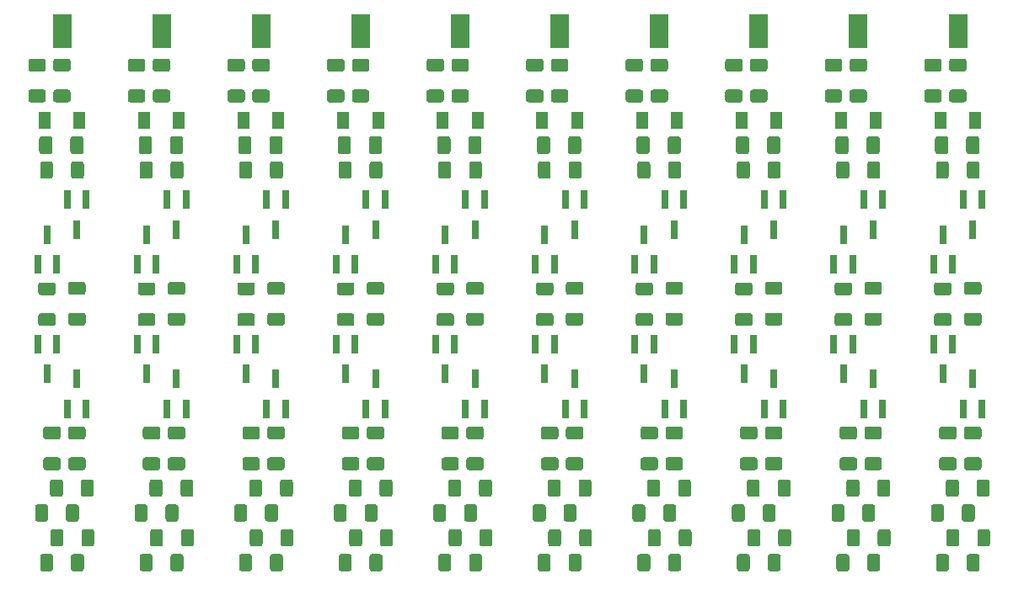
<source format=gbp>
G04 #@! TF.GenerationSoftware,KiCad,Pcbnew,(5.1.12)-1*
G04 #@! TF.CreationDate,2021-12-02T19:00:40+01:00*
G04 #@! TF.ProjectId,DIY Mic Electronic Panelized,44495920-4d69-4632-9045-6c656374726f,rev?*
G04 #@! TF.SameCoordinates,Original*
G04 #@! TF.FileFunction,Paste,Bot*
G04 #@! TF.FilePolarity,Positive*
%FSLAX46Y46*%
G04 Gerber Fmt 4.6, Leading zero omitted, Abs format (unit mm)*
G04 Created by KiCad (PCBNEW (5.1.12)-1) date 2021-12-02 19:00:40*
%MOMM*%
%LPD*%
G01*
G04 APERTURE LIST*
%ADD10R,1.300000X1.700000*%
%ADD11R,0.800000X1.900000*%
%ADD12R,1.850000X3.450000*%
G04 APERTURE END LIST*
D10*
X192750000Y-78500000D03*
X189250000Y-78500000D03*
X182750000Y-78500000D03*
X179250000Y-78500000D03*
X172750000Y-78500000D03*
X169250000Y-78500000D03*
X162750000Y-78500000D03*
X159250000Y-78500000D03*
X152750000Y-78500000D03*
X149250000Y-78500000D03*
X142750000Y-78500000D03*
X139250000Y-78500000D03*
X132750000Y-78500000D03*
X129250000Y-78500000D03*
X122750000Y-78500000D03*
X119250000Y-78500000D03*
X112750000Y-78500000D03*
X109250000Y-78500000D03*
G36*
G01*
X191874999Y-97850000D02*
X193125001Y-97850000D01*
G75*
G02*
X193375000Y-98099999I0J-249999D01*
G01*
X193375000Y-98900001D01*
G75*
G02*
X193125001Y-99150000I-249999J0D01*
G01*
X191874999Y-99150000D01*
G75*
G02*
X191625000Y-98900001I0J249999D01*
G01*
X191625000Y-98099999D01*
G75*
G02*
X191874999Y-97850000I249999J0D01*
G01*
G37*
G36*
G01*
X191874999Y-94750000D02*
X193125001Y-94750000D01*
G75*
G02*
X193375000Y-94999999I0J-249999D01*
G01*
X193375000Y-95800001D01*
G75*
G02*
X193125001Y-96050000I-249999J0D01*
G01*
X191874999Y-96050000D01*
G75*
G02*
X191625000Y-95800001I0J249999D01*
G01*
X191625000Y-94999999D01*
G75*
G02*
X191874999Y-94750000I249999J0D01*
G01*
G37*
G36*
G01*
X181874999Y-97850000D02*
X183125001Y-97850000D01*
G75*
G02*
X183375000Y-98099999I0J-249999D01*
G01*
X183375000Y-98900001D01*
G75*
G02*
X183125001Y-99150000I-249999J0D01*
G01*
X181874999Y-99150000D01*
G75*
G02*
X181625000Y-98900001I0J249999D01*
G01*
X181625000Y-98099999D01*
G75*
G02*
X181874999Y-97850000I249999J0D01*
G01*
G37*
G36*
G01*
X181874999Y-94750000D02*
X183125001Y-94750000D01*
G75*
G02*
X183375000Y-94999999I0J-249999D01*
G01*
X183375000Y-95800001D01*
G75*
G02*
X183125001Y-96050000I-249999J0D01*
G01*
X181874999Y-96050000D01*
G75*
G02*
X181625000Y-95800001I0J249999D01*
G01*
X181625000Y-94999999D01*
G75*
G02*
X181874999Y-94750000I249999J0D01*
G01*
G37*
G36*
G01*
X171874999Y-97850000D02*
X173125001Y-97850000D01*
G75*
G02*
X173375000Y-98099999I0J-249999D01*
G01*
X173375000Y-98900001D01*
G75*
G02*
X173125001Y-99150000I-249999J0D01*
G01*
X171874999Y-99150000D01*
G75*
G02*
X171625000Y-98900001I0J249999D01*
G01*
X171625000Y-98099999D01*
G75*
G02*
X171874999Y-97850000I249999J0D01*
G01*
G37*
G36*
G01*
X171874999Y-94750000D02*
X173125001Y-94750000D01*
G75*
G02*
X173375000Y-94999999I0J-249999D01*
G01*
X173375000Y-95800001D01*
G75*
G02*
X173125001Y-96050000I-249999J0D01*
G01*
X171874999Y-96050000D01*
G75*
G02*
X171625000Y-95800001I0J249999D01*
G01*
X171625000Y-94999999D01*
G75*
G02*
X171874999Y-94750000I249999J0D01*
G01*
G37*
G36*
G01*
X161874999Y-97850000D02*
X163125001Y-97850000D01*
G75*
G02*
X163375000Y-98099999I0J-249999D01*
G01*
X163375000Y-98900001D01*
G75*
G02*
X163125001Y-99150000I-249999J0D01*
G01*
X161874999Y-99150000D01*
G75*
G02*
X161625000Y-98900001I0J249999D01*
G01*
X161625000Y-98099999D01*
G75*
G02*
X161874999Y-97850000I249999J0D01*
G01*
G37*
G36*
G01*
X161874999Y-94750000D02*
X163125001Y-94750000D01*
G75*
G02*
X163375000Y-94999999I0J-249999D01*
G01*
X163375000Y-95800001D01*
G75*
G02*
X163125001Y-96050000I-249999J0D01*
G01*
X161874999Y-96050000D01*
G75*
G02*
X161625000Y-95800001I0J249999D01*
G01*
X161625000Y-94999999D01*
G75*
G02*
X161874999Y-94750000I249999J0D01*
G01*
G37*
G36*
G01*
X151874999Y-97850000D02*
X153125001Y-97850000D01*
G75*
G02*
X153375000Y-98099999I0J-249999D01*
G01*
X153375000Y-98900001D01*
G75*
G02*
X153125001Y-99150000I-249999J0D01*
G01*
X151874999Y-99150000D01*
G75*
G02*
X151625000Y-98900001I0J249999D01*
G01*
X151625000Y-98099999D01*
G75*
G02*
X151874999Y-97850000I249999J0D01*
G01*
G37*
G36*
G01*
X151874999Y-94750000D02*
X153125001Y-94750000D01*
G75*
G02*
X153375000Y-94999999I0J-249999D01*
G01*
X153375000Y-95800001D01*
G75*
G02*
X153125001Y-96050000I-249999J0D01*
G01*
X151874999Y-96050000D01*
G75*
G02*
X151625000Y-95800001I0J249999D01*
G01*
X151625000Y-94999999D01*
G75*
G02*
X151874999Y-94750000I249999J0D01*
G01*
G37*
G36*
G01*
X141874999Y-97850000D02*
X143125001Y-97850000D01*
G75*
G02*
X143375000Y-98099999I0J-249999D01*
G01*
X143375000Y-98900001D01*
G75*
G02*
X143125001Y-99150000I-249999J0D01*
G01*
X141874999Y-99150000D01*
G75*
G02*
X141625000Y-98900001I0J249999D01*
G01*
X141625000Y-98099999D01*
G75*
G02*
X141874999Y-97850000I249999J0D01*
G01*
G37*
G36*
G01*
X141874999Y-94750000D02*
X143125001Y-94750000D01*
G75*
G02*
X143375000Y-94999999I0J-249999D01*
G01*
X143375000Y-95800001D01*
G75*
G02*
X143125001Y-96050000I-249999J0D01*
G01*
X141874999Y-96050000D01*
G75*
G02*
X141625000Y-95800001I0J249999D01*
G01*
X141625000Y-94999999D01*
G75*
G02*
X141874999Y-94750000I249999J0D01*
G01*
G37*
G36*
G01*
X131874999Y-97850000D02*
X133125001Y-97850000D01*
G75*
G02*
X133375000Y-98099999I0J-249999D01*
G01*
X133375000Y-98900001D01*
G75*
G02*
X133125001Y-99150000I-249999J0D01*
G01*
X131874999Y-99150000D01*
G75*
G02*
X131625000Y-98900001I0J249999D01*
G01*
X131625000Y-98099999D01*
G75*
G02*
X131874999Y-97850000I249999J0D01*
G01*
G37*
G36*
G01*
X131874999Y-94750000D02*
X133125001Y-94750000D01*
G75*
G02*
X133375000Y-94999999I0J-249999D01*
G01*
X133375000Y-95800001D01*
G75*
G02*
X133125001Y-96050000I-249999J0D01*
G01*
X131874999Y-96050000D01*
G75*
G02*
X131625000Y-95800001I0J249999D01*
G01*
X131625000Y-94999999D01*
G75*
G02*
X131874999Y-94750000I249999J0D01*
G01*
G37*
G36*
G01*
X121874999Y-97850000D02*
X123125001Y-97850000D01*
G75*
G02*
X123375000Y-98099999I0J-249999D01*
G01*
X123375000Y-98900001D01*
G75*
G02*
X123125001Y-99150000I-249999J0D01*
G01*
X121874999Y-99150000D01*
G75*
G02*
X121625000Y-98900001I0J249999D01*
G01*
X121625000Y-98099999D01*
G75*
G02*
X121874999Y-97850000I249999J0D01*
G01*
G37*
G36*
G01*
X121874999Y-94750000D02*
X123125001Y-94750000D01*
G75*
G02*
X123375000Y-94999999I0J-249999D01*
G01*
X123375000Y-95800001D01*
G75*
G02*
X123125001Y-96050000I-249999J0D01*
G01*
X121874999Y-96050000D01*
G75*
G02*
X121625000Y-95800001I0J249999D01*
G01*
X121625000Y-94999999D01*
G75*
G02*
X121874999Y-94750000I249999J0D01*
G01*
G37*
G36*
G01*
X111874999Y-97850000D02*
X113125001Y-97850000D01*
G75*
G02*
X113375000Y-98099999I0J-249999D01*
G01*
X113375000Y-98900001D01*
G75*
G02*
X113125001Y-99150000I-249999J0D01*
G01*
X111874999Y-99150000D01*
G75*
G02*
X111625000Y-98900001I0J249999D01*
G01*
X111625000Y-98099999D01*
G75*
G02*
X111874999Y-97850000I249999J0D01*
G01*
G37*
G36*
G01*
X111874999Y-94750000D02*
X113125001Y-94750000D01*
G75*
G02*
X113375000Y-94999999I0J-249999D01*
G01*
X113375000Y-95800001D01*
G75*
G02*
X113125001Y-96050000I-249999J0D01*
G01*
X111874999Y-96050000D01*
G75*
G02*
X111625000Y-95800001I0J249999D01*
G01*
X111625000Y-94999999D01*
G75*
G02*
X111874999Y-94750000I249999J0D01*
G01*
G37*
G36*
G01*
X187874999Y-75400000D02*
X189125001Y-75400000D01*
G75*
G02*
X189375000Y-75649999I0J-249999D01*
G01*
X189375000Y-76450001D01*
G75*
G02*
X189125001Y-76700000I-249999J0D01*
G01*
X187874999Y-76700000D01*
G75*
G02*
X187625000Y-76450001I0J249999D01*
G01*
X187625000Y-75649999D01*
G75*
G02*
X187874999Y-75400000I249999J0D01*
G01*
G37*
G36*
G01*
X187874999Y-72300000D02*
X189125001Y-72300000D01*
G75*
G02*
X189375000Y-72549999I0J-249999D01*
G01*
X189375000Y-73350001D01*
G75*
G02*
X189125001Y-73600000I-249999J0D01*
G01*
X187874999Y-73600000D01*
G75*
G02*
X187625000Y-73350001I0J249999D01*
G01*
X187625000Y-72549999D01*
G75*
G02*
X187874999Y-72300000I249999J0D01*
G01*
G37*
G36*
G01*
X177874999Y-75400000D02*
X179125001Y-75400000D01*
G75*
G02*
X179375000Y-75649999I0J-249999D01*
G01*
X179375000Y-76450001D01*
G75*
G02*
X179125001Y-76700000I-249999J0D01*
G01*
X177874999Y-76700000D01*
G75*
G02*
X177625000Y-76450001I0J249999D01*
G01*
X177625000Y-75649999D01*
G75*
G02*
X177874999Y-75400000I249999J0D01*
G01*
G37*
G36*
G01*
X177874999Y-72300000D02*
X179125001Y-72300000D01*
G75*
G02*
X179375000Y-72549999I0J-249999D01*
G01*
X179375000Y-73350001D01*
G75*
G02*
X179125001Y-73600000I-249999J0D01*
G01*
X177874999Y-73600000D01*
G75*
G02*
X177625000Y-73350001I0J249999D01*
G01*
X177625000Y-72549999D01*
G75*
G02*
X177874999Y-72300000I249999J0D01*
G01*
G37*
G36*
G01*
X167874999Y-75400000D02*
X169125001Y-75400000D01*
G75*
G02*
X169375000Y-75649999I0J-249999D01*
G01*
X169375000Y-76450001D01*
G75*
G02*
X169125001Y-76700000I-249999J0D01*
G01*
X167874999Y-76700000D01*
G75*
G02*
X167625000Y-76450001I0J249999D01*
G01*
X167625000Y-75649999D01*
G75*
G02*
X167874999Y-75400000I249999J0D01*
G01*
G37*
G36*
G01*
X167874999Y-72300000D02*
X169125001Y-72300000D01*
G75*
G02*
X169375000Y-72549999I0J-249999D01*
G01*
X169375000Y-73350001D01*
G75*
G02*
X169125001Y-73600000I-249999J0D01*
G01*
X167874999Y-73600000D01*
G75*
G02*
X167625000Y-73350001I0J249999D01*
G01*
X167625000Y-72549999D01*
G75*
G02*
X167874999Y-72300000I249999J0D01*
G01*
G37*
G36*
G01*
X157874999Y-75400000D02*
X159125001Y-75400000D01*
G75*
G02*
X159375000Y-75649999I0J-249999D01*
G01*
X159375000Y-76450001D01*
G75*
G02*
X159125001Y-76700000I-249999J0D01*
G01*
X157874999Y-76700000D01*
G75*
G02*
X157625000Y-76450001I0J249999D01*
G01*
X157625000Y-75649999D01*
G75*
G02*
X157874999Y-75400000I249999J0D01*
G01*
G37*
G36*
G01*
X157874999Y-72300000D02*
X159125001Y-72300000D01*
G75*
G02*
X159375000Y-72549999I0J-249999D01*
G01*
X159375000Y-73350001D01*
G75*
G02*
X159125001Y-73600000I-249999J0D01*
G01*
X157874999Y-73600000D01*
G75*
G02*
X157625000Y-73350001I0J249999D01*
G01*
X157625000Y-72549999D01*
G75*
G02*
X157874999Y-72300000I249999J0D01*
G01*
G37*
G36*
G01*
X147874999Y-75400000D02*
X149125001Y-75400000D01*
G75*
G02*
X149375000Y-75649999I0J-249999D01*
G01*
X149375000Y-76450001D01*
G75*
G02*
X149125001Y-76700000I-249999J0D01*
G01*
X147874999Y-76700000D01*
G75*
G02*
X147625000Y-76450001I0J249999D01*
G01*
X147625000Y-75649999D01*
G75*
G02*
X147874999Y-75400000I249999J0D01*
G01*
G37*
G36*
G01*
X147874999Y-72300000D02*
X149125001Y-72300000D01*
G75*
G02*
X149375000Y-72549999I0J-249999D01*
G01*
X149375000Y-73350001D01*
G75*
G02*
X149125001Y-73600000I-249999J0D01*
G01*
X147874999Y-73600000D01*
G75*
G02*
X147625000Y-73350001I0J249999D01*
G01*
X147625000Y-72549999D01*
G75*
G02*
X147874999Y-72300000I249999J0D01*
G01*
G37*
G36*
G01*
X137874999Y-75400000D02*
X139125001Y-75400000D01*
G75*
G02*
X139375000Y-75649999I0J-249999D01*
G01*
X139375000Y-76450001D01*
G75*
G02*
X139125001Y-76700000I-249999J0D01*
G01*
X137874999Y-76700000D01*
G75*
G02*
X137625000Y-76450001I0J249999D01*
G01*
X137625000Y-75649999D01*
G75*
G02*
X137874999Y-75400000I249999J0D01*
G01*
G37*
G36*
G01*
X137874999Y-72300000D02*
X139125001Y-72300000D01*
G75*
G02*
X139375000Y-72549999I0J-249999D01*
G01*
X139375000Y-73350001D01*
G75*
G02*
X139125001Y-73600000I-249999J0D01*
G01*
X137874999Y-73600000D01*
G75*
G02*
X137625000Y-73350001I0J249999D01*
G01*
X137625000Y-72549999D01*
G75*
G02*
X137874999Y-72300000I249999J0D01*
G01*
G37*
G36*
G01*
X127874999Y-75400000D02*
X129125001Y-75400000D01*
G75*
G02*
X129375000Y-75649999I0J-249999D01*
G01*
X129375000Y-76450001D01*
G75*
G02*
X129125001Y-76700000I-249999J0D01*
G01*
X127874999Y-76700000D01*
G75*
G02*
X127625000Y-76450001I0J249999D01*
G01*
X127625000Y-75649999D01*
G75*
G02*
X127874999Y-75400000I249999J0D01*
G01*
G37*
G36*
G01*
X127874999Y-72300000D02*
X129125001Y-72300000D01*
G75*
G02*
X129375000Y-72549999I0J-249999D01*
G01*
X129375000Y-73350001D01*
G75*
G02*
X129125001Y-73600000I-249999J0D01*
G01*
X127874999Y-73600000D01*
G75*
G02*
X127625000Y-73350001I0J249999D01*
G01*
X127625000Y-72549999D01*
G75*
G02*
X127874999Y-72300000I249999J0D01*
G01*
G37*
G36*
G01*
X117874999Y-75400000D02*
X119125001Y-75400000D01*
G75*
G02*
X119375000Y-75649999I0J-249999D01*
G01*
X119375000Y-76450001D01*
G75*
G02*
X119125001Y-76700000I-249999J0D01*
G01*
X117874999Y-76700000D01*
G75*
G02*
X117625000Y-76450001I0J249999D01*
G01*
X117625000Y-75649999D01*
G75*
G02*
X117874999Y-75400000I249999J0D01*
G01*
G37*
G36*
G01*
X117874999Y-72300000D02*
X119125001Y-72300000D01*
G75*
G02*
X119375000Y-72549999I0J-249999D01*
G01*
X119375000Y-73350001D01*
G75*
G02*
X119125001Y-73600000I-249999J0D01*
G01*
X117874999Y-73600000D01*
G75*
G02*
X117625000Y-73350001I0J249999D01*
G01*
X117625000Y-72549999D01*
G75*
G02*
X117874999Y-72300000I249999J0D01*
G01*
G37*
G36*
G01*
X107874999Y-75400000D02*
X109125001Y-75400000D01*
G75*
G02*
X109375000Y-75649999I0J-249999D01*
G01*
X109375000Y-76450001D01*
G75*
G02*
X109125001Y-76700000I-249999J0D01*
G01*
X107874999Y-76700000D01*
G75*
G02*
X107625000Y-76450001I0J249999D01*
G01*
X107625000Y-75649999D01*
G75*
G02*
X107874999Y-75400000I249999J0D01*
G01*
G37*
G36*
G01*
X107874999Y-72300000D02*
X109125001Y-72300000D01*
G75*
G02*
X109375000Y-72549999I0J-249999D01*
G01*
X109375000Y-73350001D01*
G75*
G02*
X109125001Y-73600000I-249999J0D01*
G01*
X107874999Y-73600000D01*
G75*
G02*
X107625000Y-73350001I0J249999D01*
G01*
X107625000Y-72549999D01*
G75*
G02*
X107874999Y-72300000I249999J0D01*
G01*
G37*
G36*
G01*
X188800000Y-123625001D02*
X188800000Y-122374999D01*
G75*
G02*
X189049999Y-122125000I249999J0D01*
G01*
X189850001Y-122125000D01*
G75*
G02*
X190100000Y-122374999I0J-249999D01*
G01*
X190100000Y-123625001D01*
G75*
G02*
X189850001Y-123875000I-249999J0D01*
G01*
X189049999Y-123875000D01*
G75*
G02*
X188800000Y-123625001I0J249999D01*
G01*
G37*
G36*
G01*
X191900000Y-123625001D02*
X191900000Y-122374999D01*
G75*
G02*
X192149999Y-122125000I249999J0D01*
G01*
X192950001Y-122125000D01*
G75*
G02*
X193200000Y-122374999I0J-249999D01*
G01*
X193200000Y-123625001D01*
G75*
G02*
X192950001Y-123875000I-249999J0D01*
G01*
X192149999Y-123875000D01*
G75*
G02*
X191900000Y-123625001I0J249999D01*
G01*
G37*
G36*
G01*
X178800000Y-123625001D02*
X178800000Y-122374999D01*
G75*
G02*
X179049999Y-122125000I249999J0D01*
G01*
X179850001Y-122125000D01*
G75*
G02*
X180100000Y-122374999I0J-249999D01*
G01*
X180100000Y-123625001D01*
G75*
G02*
X179850001Y-123875000I-249999J0D01*
G01*
X179049999Y-123875000D01*
G75*
G02*
X178800000Y-123625001I0J249999D01*
G01*
G37*
G36*
G01*
X181900000Y-123625001D02*
X181900000Y-122374999D01*
G75*
G02*
X182149999Y-122125000I249999J0D01*
G01*
X182950001Y-122125000D01*
G75*
G02*
X183200000Y-122374999I0J-249999D01*
G01*
X183200000Y-123625001D01*
G75*
G02*
X182950001Y-123875000I-249999J0D01*
G01*
X182149999Y-123875000D01*
G75*
G02*
X181900000Y-123625001I0J249999D01*
G01*
G37*
G36*
G01*
X168800000Y-123625001D02*
X168800000Y-122374999D01*
G75*
G02*
X169049999Y-122125000I249999J0D01*
G01*
X169850001Y-122125000D01*
G75*
G02*
X170100000Y-122374999I0J-249999D01*
G01*
X170100000Y-123625001D01*
G75*
G02*
X169850001Y-123875000I-249999J0D01*
G01*
X169049999Y-123875000D01*
G75*
G02*
X168800000Y-123625001I0J249999D01*
G01*
G37*
G36*
G01*
X171900000Y-123625001D02*
X171900000Y-122374999D01*
G75*
G02*
X172149999Y-122125000I249999J0D01*
G01*
X172950001Y-122125000D01*
G75*
G02*
X173200000Y-122374999I0J-249999D01*
G01*
X173200000Y-123625001D01*
G75*
G02*
X172950001Y-123875000I-249999J0D01*
G01*
X172149999Y-123875000D01*
G75*
G02*
X171900000Y-123625001I0J249999D01*
G01*
G37*
G36*
G01*
X158800000Y-123625001D02*
X158800000Y-122374999D01*
G75*
G02*
X159049999Y-122125000I249999J0D01*
G01*
X159850001Y-122125000D01*
G75*
G02*
X160100000Y-122374999I0J-249999D01*
G01*
X160100000Y-123625001D01*
G75*
G02*
X159850001Y-123875000I-249999J0D01*
G01*
X159049999Y-123875000D01*
G75*
G02*
X158800000Y-123625001I0J249999D01*
G01*
G37*
G36*
G01*
X161900000Y-123625001D02*
X161900000Y-122374999D01*
G75*
G02*
X162149999Y-122125000I249999J0D01*
G01*
X162950001Y-122125000D01*
G75*
G02*
X163200000Y-122374999I0J-249999D01*
G01*
X163200000Y-123625001D01*
G75*
G02*
X162950001Y-123875000I-249999J0D01*
G01*
X162149999Y-123875000D01*
G75*
G02*
X161900000Y-123625001I0J249999D01*
G01*
G37*
G36*
G01*
X148800000Y-123625001D02*
X148800000Y-122374999D01*
G75*
G02*
X149049999Y-122125000I249999J0D01*
G01*
X149850001Y-122125000D01*
G75*
G02*
X150100000Y-122374999I0J-249999D01*
G01*
X150100000Y-123625001D01*
G75*
G02*
X149850001Y-123875000I-249999J0D01*
G01*
X149049999Y-123875000D01*
G75*
G02*
X148800000Y-123625001I0J249999D01*
G01*
G37*
G36*
G01*
X151900000Y-123625001D02*
X151900000Y-122374999D01*
G75*
G02*
X152149999Y-122125000I249999J0D01*
G01*
X152950001Y-122125000D01*
G75*
G02*
X153200000Y-122374999I0J-249999D01*
G01*
X153200000Y-123625001D01*
G75*
G02*
X152950001Y-123875000I-249999J0D01*
G01*
X152149999Y-123875000D01*
G75*
G02*
X151900000Y-123625001I0J249999D01*
G01*
G37*
G36*
G01*
X138800000Y-123625001D02*
X138800000Y-122374999D01*
G75*
G02*
X139049999Y-122125000I249999J0D01*
G01*
X139850001Y-122125000D01*
G75*
G02*
X140100000Y-122374999I0J-249999D01*
G01*
X140100000Y-123625001D01*
G75*
G02*
X139850001Y-123875000I-249999J0D01*
G01*
X139049999Y-123875000D01*
G75*
G02*
X138800000Y-123625001I0J249999D01*
G01*
G37*
G36*
G01*
X141900000Y-123625001D02*
X141900000Y-122374999D01*
G75*
G02*
X142149999Y-122125000I249999J0D01*
G01*
X142950001Y-122125000D01*
G75*
G02*
X143200000Y-122374999I0J-249999D01*
G01*
X143200000Y-123625001D01*
G75*
G02*
X142950001Y-123875000I-249999J0D01*
G01*
X142149999Y-123875000D01*
G75*
G02*
X141900000Y-123625001I0J249999D01*
G01*
G37*
G36*
G01*
X128800000Y-123625001D02*
X128800000Y-122374999D01*
G75*
G02*
X129049999Y-122125000I249999J0D01*
G01*
X129850001Y-122125000D01*
G75*
G02*
X130100000Y-122374999I0J-249999D01*
G01*
X130100000Y-123625001D01*
G75*
G02*
X129850001Y-123875000I-249999J0D01*
G01*
X129049999Y-123875000D01*
G75*
G02*
X128800000Y-123625001I0J249999D01*
G01*
G37*
G36*
G01*
X131900000Y-123625001D02*
X131900000Y-122374999D01*
G75*
G02*
X132149999Y-122125000I249999J0D01*
G01*
X132950001Y-122125000D01*
G75*
G02*
X133200000Y-122374999I0J-249999D01*
G01*
X133200000Y-123625001D01*
G75*
G02*
X132950001Y-123875000I-249999J0D01*
G01*
X132149999Y-123875000D01*
G75*
G02*
X131900000Y-123625001I0J249999D01*
G01*
G37*
G36*
G01*
X118800000Y-123625001D02*
X118800000Y-122374999D01*
G75*
G02*
X119049999Y-122125000I249999J0D01*
G01*
X119850001Y-122125000D01*
G75*
G02*
X120100000Y-122374999I0J-249999D01*
G01*
X120100000Y-123625001D01*
G75*
G02*
X119850001Y-123875000I-249999J0D01*
G01*
X119049999Y-123875000D01*
G75*
G02*
X118800000Y-123625001I0J249999D01*
G01*
G37*
G36*
G01*
X121900000Y-123625001D02*
X121900000Y-122374999D01*
G75*
G02*
X122149999Y-122125000I249999J0D01*
G01*
X122950001Y-122125000D01*
G75*
G02*
X123200000Y-122374999I0J-249999D01*
G01*
X123200000Y-123625001D01*
G75*
G02*
X122950001Y-123875000I-249999J0D01*
G01*
X122149999Y-123875000D01*
G75*
G02*
X121900000Y-123625001I0J249999D01*
G01*
G37*
G36*
G01*
X108800000Y-123625001D02*
X108800000Y-122374999D01*
G75*
G02*
X109049999Y-122125000I249999J0D01*
G01*
X109850001Y-122125000D01*
G75*
G02*
X110100000Y-122374999I0J-249999D01*
G01*
X110100000Y-123625001D01*
G75*
G02*
X109850001Y-123875000I-249999J0D01*
G01*
X109049999Y-123875000D01*
G75*
G02*
X108800000Y-123625001I0J249999D01*
G01*
G37*
G36*
G01*
X111900000Y-123625001D02*
X111900000Y-122374999D01*
G75*
G02*
X112149999Y-122125000I249999J0D01*
G01*
X112950001Y-122125000D01*
G75*
G02*
X113200000Y-122374999I0J-249999D01*
G01*
X113200000Y-123625001D01*
G75*
G02*
X112950001Y-123875000I-249999J0D01*
G01*
X112149999Y-123875000D01*
G75*
G02*
X111900000Y-123625001I0J249999D01*
G01*
G37*
G36*
G01*
X191625001Y-76700000D02*
X190374999Y-76700000D01*
G75*
G02*
X190125000Y-76450001I0J249999D01*
G01*
X190125000Y-75649999D01*
G75*
G02*
X190374999Y-75400000I249999J0D01*
G01*
X191625001Y-75400000D01*
G75*
G02*
X191875000Y-75649999I0J-249999D01*
G01*
X191875000Y-76450001D01*
G75*
G02*
X191625001Y-76700000I-249999J0D01*
G01*
G37*
G36*
G01*
X191625001Y-73600000D02*
X190374999Y-73600000D01*
G75*
G02*
X190125000Y-73350001I0J249999D01*
G01*
X190125000Y-72549999D01*
G75*
G02*
X190374999Y-72300000I249999J0D01*
G01*
X191625001Y-72300000D01*
G75*
G02*
X191875000Y-72549999I0J-249999D01*
G01*
X191875000Y-73350001D01*
G75*
G02*
X191625001Y-73600000I-249999J0D01*
G01*
G37*
G36*
G01*
X181625001Y-76700000D02*
X180374999Y-76700000D01*
G75*
G02*
X180125000Y-76450001I0J249999D01*
G01*
X180125000Y-75649999D01*
G75*
G02*
X180374999Y-75400000I249999J0D01*
G01*
X181625001Y-75400000D01*
G75*
G02*
X181875000Y-75649999I0J-249999D01*
G01*
X181875000Y-76450001D01*
G75*
G02*
X181625001Y-76700000I-249999J0D01*
G01*
G37*
G36*
G01*
X181625001Y-73600000D02*
X180374999Y-73600000D01*
G75*
G02*
X180125000Y-73350001I0J249999D01*
G01*
X180125000Y-72549999D01*
G75*
G02*
X180374999Y-72300000I249999J0D01*
G01*
X181625001Y-72300000D01*
G75*
G02*
X181875000Y-72549999I0J-249999D01*
G01*
X181875000Y-73350001D01*
G75*
G02*
X181625001Y-73600000I-249999J0D01*
G01*
G37*
G36*
G01*
X171625001Y-76700000D02*
X170374999Y-76700000D01*
G75*
G02*
X170125000Y-76450001I0J249999D01*
G01*
X170125000Y-75649999D01*
G75*
G02*
X170374999Y-75400000I249999J0D01*
G01*
X171625001Y-75400000D01*
G75*
G02*
X171875000Y-75649999I0J-249999D01*
G01*
X171875000Y-76450001D01*
G75*
G02*
X171625001Y-76700000I-249999J0D01*
G01*
G37*
G36*
G01*
X171625001Y-73600000D02*
X170374999Y-73600000D01*
G75*
G02*
X170125000Y-73350001I0J249999D01*
G01*
X170125000Y-72549999D01*
G75*
G02*
X170374999Y-72300000I249999J0D01*
G01*
X171625001Y-72300000D01*
G75*
G02*
X171875000Y-72549999I0J-249999D01*
G01*
X171875000Y-73350001D01*
G75*
G02*
X171625001Y-73600000I-249999J0D01*
G01*
G37*
G36*
G01*
X161625001Y-76700000D02*
X160374999Y-76700000D01*
G75*
G02*
X160125000Y-76450001I0J249999D01*
G01*
X160125000Y-75649999D01*
G75*
G02*
X160374999Y-75400000I249999J0D01*
G01*
X161625001Y-75400000D01*
G75*
G02*
X161875000Y-75649999I0J-249999D01*
G01*
X161875000Y-76450001D01*
G75*
G02*
X161625001Y-76700000I-249999J0D01*
G01*
G37*
G36*
G01*
X161625001Y-73600000D02*
X160374999Y-73600000D01*
G75*
G02*
X160125000Y-73350001I0J249999D01*
G01*
X160125000Y-72549999D01*
G75*
G02*
X160374999Y-72300000I249999J0D01*
G01*
X161625001Y-72300000D01*
G75*
G02*
X161875000Y-72549999I0J-249999D01*
G01*
X161875000Y-73350001D01*
G75*
G02*
X161625001Y-73600000I-249999J0D01*
G01*
G37*
G36*
G01*
X151625001Y-76700000D02*
X150374999Y-76700000D01*
G75*
G02*
X150125000Y-76450001I0J249999D01*
G01*
X150125000Y-75649999D01*
G75*
G02*
X150374999Y-75400000I249999J0D01*
G01*
X151625001Y-75400000D01*
G75*
G02*
X151875000Y-75649999I0J-249999D01*
G01*
X151875000Y-76450001D01*
G75*
G02*
X151625001Y-76700000I-249999J0D01*
G01*
G37*
G36*
G01*
X151625001Y-73600000D02*
X150374999Y-73600000D01*
G75*
G02*
X150125000Y-73350001I0J249999D01*
G01*
X150125000Y-72549999D01*
G75*
G02*
X150374999Y-72300000I249999J0D01*
G01*
X151625001Y-72300000D01*
G75*
G02*
X151875000Y-72549999I0J-249999D01*
G01*
X151875000Y-73350001D01*
G75*
G02*
X151625001Y-73600000I-249999J0D01*
G01*
G37*
G36*
G01*
X141625001Y-76700000D02*
X140374999Y-76700000D01*
G75*
G02*
X140125000Y-76450001I0J249999D01*
G01*
X140125000Y-75649999D01*
G75*
G02*
X140374999Y-75400000I249999J0D01*
G01*
X141625001Y-75400000D01*
G75*
G02*
X141875000Y-75649999I0J-249999D01*
G01*
X141875000Y-76450001D01*
G75*
G02*
X141625001Y-76700000I-249999J0D01*
G01*
G37*
G36*
G01*
X141625001Y-73600000D02*
X140374999Y-73600000D01*
G75*
G02*
X140125000Y-73350001I0J249999D01*
G01*
X140125000Y-72549999D01*
G75*
G02*
X140374999Y-72300000I249999J0D01*
G01*
X141625001Y-72300000D01*
G75*
G02*
X141875000Y-72549999I0J-249999D01*
G01*
X141875000Y-73350001D01*
G75*
G02*
X141625001Y-73600000I-249999J0D01*
G01*
G37*
G36*
G01*
X131625001Y-76700000D02*
X130374999Y-76700000D01*
G75*
G02*
X130125000Y-76450001I0J249999D01*
G01*
X130125000Y-75649999D01*
G75*
G02*
X130374999Y-75400000I249999J0D01*
G01*
X131625001Y-75400000D01*
G75*
G02*
X131875000Y-75649999I0J-249999D01*
G01*
X131875000Y-76450001D01*
G75*
G02*
X131625001Y-76700000I-249999J0D01*
G01*
G37*
G36*
G01*
X131625001Y-73600000D02*
X130374999Y-73600000D01*
G75*
G02*
X130125000Y-73350001I0J249999D01*
G01*
X130125000Y-72549999D01*
G75*
G02*
X130374999Y-72300000I249999J0D01*
G01*
X131625001Y-72300000D01*
G75*
G02*
X131875000Y-72549999I0J-249999D01*
G01*
X131875000Y-73350001D01*
G75*
G02*
X131625001Y-73600000I-249999J0D01*
G01*
G37*
G36*
G01*
X121625001Y-76700000D02*
X120374999Y-76700000D01*
G75*
G02*
X120125000Y-76450001I0J249999D01*
G01*
X120125000Y-75649999D01*
G75*
G02*
X120374999Y-75400000I249999J0D01*
G01*
X121625001Y-75400000D01*
G75*
G02*
X121875000Y-75649999I0J-249999D01*
G01*
X121875000Y-76450001D01*
G75*
G02*
X121625001Y-76700000I-249999J0D01*
G01*
G37*
G36*
G01*
X121625001Y-73600000D02*
X120374999Y-73600000D01*
G75*
G02*
X120125000Y-73350001I0J249999D01*
G01*
X120125000Y-72549999D01*
G75*
G02*
X120374999Y-72300000I249999J0D01*
G01*
X121625001Y-72300000D01*
G75*
G02*
X121875000Y-72549999I0J-249999D01*
G01*
X121875000Y-73350001D01*
G75*
G02*
X121625001Y-73600000I-249999J0D01*
G01*
G37*
G36*
G01*
X111625001Y-76700000D02*
X110374999Y-76700000D01*
G75*
G02*
X110125000Y-76450001I0J249999D01*
G01*
X110125000Y-75649999D01*
G75*
G02*
X110374999Y-75400000I249999J0D01*
G01*
X111625001Y-75400000D01*
G75*
G02*
X111875000Y-75649999I0J-249999D01*
G01*
X111875000Y-76450001D01*
G75*
G02*
X111625001Y-76700000I-249999J0D01*
G01*
G37*
G36*
G01*
X111625001Y-73600000D02*
X110374999Y-73600000D01*
G75*
G02*
X110125000Y-73350001I0J249999D01*
G01*
X110125000Y-72549999D01*
G75*
G02*
X110374999Y-72300000I249999J0D01*
G01*
X111625001Y-72300000D01*
G75*
G02*
X111875000Y-72549999I0J-249999D01*
G01*
X111875000Y-73350001D01*
G75*
G02*
X111625001Y-73600000I-249999J0D01*
G01*
G37*
G36*
G01*
X189374999Y-112400000D02*
X190625001Y-112400000D01*
G75*
G02*
X190875000Y-112649999I0J-249999D01*
G01*
X190875000Y-113450001D01*
G75*
G02*
X190625001Y-113700000I-249999J0D01*
G01*
X189374999Y-113700000D01*
G75*
G02*
X189125000Y-113450001I0J249999D01*
G01*
X189125000Y-112649999D01*
G75*
G02*
X189374999Y-112400000I249999J0D01*
G01*
G37*
G36*
G01*
X189374999Y-109300000D02*
X190625001Y-109300000D01*
G75*
G02*
X190875000Y-109549999I0J-249999D01*
G01*
X190875000Y-110350001D01*
G75*
G02*
X190625001Y-110600000I-249999J0D01*
G01*
X189374999Y-110600000D01*
G75*
G02*
X189125000Y-110350001I0J249999D01*
G01*
X189125000Y-109549999D01*
G75*
G02*
X189374999Y-109300000I249999J0D01*
G01*
G37*
G36*
G01*
X179374999Y-112400000D02*
X180625001Y-112400000D01*
G75*
G02*
X180875000Y-112649999I0J-249999D01*
G01*
X180875000Y-113450001D01*
G75*
G02*
X180625001Y-113700000I-249999J0D01*
G01*
X179374999Y-113700000D01*
G75*
G02*
X179125000Y-113450001I0J249999D01*
G01*
X179125000Y-112649999D01*
G75*
G02*
X179374999Y-112400000I249999J0D01*
G01*
G37*
G36*
G01*
X179374999Y-109300000D02*
X180625001Y-109300000D01*
G75*
G02*
X180875000Y-109549999I0J-249999D01*
G01*
X180875000Y-110350001D01*
G75*
G02*
X180625001Y-110600000I-249999J0D01*
G01*
X179374999Y-110600000D01*
G75*
G02*
X179125000Y-110350001I0J249999D01*
G01*
X179125000Y-109549999D01*
G75*
G02*
X179374999Y-109300000I249999J0D01*
G01*
G37*
G36*
G01*
X169374999Y-112400000D02*
X170625001Y-112400000D01*
G75*
G02*
X170875000Y-112649999I0J-249999D01*
G01*
X170875000Y-113450001D01*
G75*
G02*
X170625001Y-113700000I-249999J0D01*
G01*
X169374999Y-113700000D01*
G75*
G02*
X169125000Y-113450001I0J249999D01*
G01*
X169125000Y-112649999D01*
G75*
G02*
X169374999Y-112400000I249999J0D01*
G01*
G37*
G36*
G01*
X169374999Y-109300000D02*
X170625001Y-109300000D01*
G75*
G02*
X170875000Y-109549999I0J-249999D01*
G01*
X170875000Y-110350001D01*
G75*
G02*
X170625001Y-110600000I-249999J0D01*
G01*
X169374999Y-110600000D01*
G75*
G02*
X169125000Y-110350001I0J249999D01*
G01*
X169125000Y-109549999D01*
G75*
G02*
X169374999Y-109300000I249999J0D01*
G01*
G37*
G36*
G01*
X159374999Y-112400000D02*
X160625001Y-112400000D01*
G75*
G02*
X160875000Y-112649999I0J-249999D01*
G01*
X160875000Y-113450001D01*
G75*
G02*
X160625001Y-113700000I-249999J0D01*
G01*
X159374999Y-113700000D01*
G75*
G02*
X159125000Y-113450001I0J249999D01*
G01*
X159125000Y-112649999D01*
G75*
G02*
X159374999Y-112400000I249999J0D01*
G01*
G37*
G36*
G01*
X159374999Y-109300000D02*
X160625001Y-109300000D01*
G75*
G02*
X160875000Y-109549999I0J-249999D01*
G01*
X160875000Y-110350001D01*
G75*
G02*
X160625001Y-110600000I-249999J0D01*
G01*
X159374999Y-110600000D01*
G75*
G02*
X159125000Y-110350001I0J249999D01*
G01*
X159125000Y-109549999D01*
G75*
G02*
X159374999Y-109300000I249999J0D01*
G01*
G37*
G36*
G01*
X149374999Y-112400000D02*
X150625001Y-112400000D01*
G75*
G02*
X150875000Y-112649999I0J-249999D01*
G01*
X150875000Y-113450001D01*
G75*
G02*
X150625001Y-113700000I-249999J0D01*
G01*
X149374999Y-113700000D01*
G75*
G02*
X149125000Y-113450001I0J249999D01*
G01*
X149125000Y-112649999D01*
G75*
G02*
X149374999Y-112400000I249999J0D01*
G01*
G37*
G36*
G01*
X149374999Y-109300000D02*
X150625001Y-109300000D01*
G75*
G02*
X150875000Y-109549999I0J-249999D01*
G01*
X150875000Y-110350001D01*
G75*
G02*
X150625001Y-110600000I-249999J0D01*
G01*
X149374999Y-110600000D01*
G75*
G02*
X149125000Y-110350001I0J249999D01*
G01*
X149125000Y-109549999D01*
G75*
G02*
X149374999Y-109300000I249999J0D01*
G01*
G37*
G36*
G01*
X139374999Y-112400000D02*
X140625001Y-112400000D01*
G75*
G02*
X140875000Y-112649999I0J-249999D01*
G01*
X140875000Y-113450001D01*
G75*
G02*
X140625001Y-113700000I-249999J0D01*
G01*
X139374999Y-113700000D01*
G75*
G02*
X139125000Y-113450001I0J249999D01*
G01*
X139125000Y-112649999D01*
G75*
G02*
X139374999Y-112400000I249999J0D01*
G01*
G37*
G36*
G01*
X139374999Y-109300000D02*
X140625001Y-109300000D01*
G75*
G02*
X140875000Y-109549999I0J-249999D01*
G01*
X140875000Y-110350001D01*
G75*
G02*
X140625001Y-110600000I-249999J0D01*
G01*
X139374999Y-110600000D01*
G75*
G02*
X139125000Y-110350001I0J249999D01*
G01*
X139125000Y-109549999D01*
G75*
G02*
X139374999Y-109300000I249999J0D01*
G01*
G37*
G36*
G01*
X129374999Y-112400000D02*
X130625001Y-112400000D01*
G75*
G02*
X130875000Y-112649999I0J-249999D01*
G01*
X130875000Y-113450001D01*
G75*
G02*
X130625001Y-113700000I-249999J0D01*
G01*
X129374999Y-113700000D01*
G75*
G02*
X129125000Y-113450001I0J249999D01*
G01*
X129125000Y-112649999D01*
G75*
G02*
X129374999Y-112400000I249999J0D01*
G01*
G37*
G36*
G01*
X129374999Y-109300000D02*
X130625001Y-109300000D01*
G75*
G02*
X130875000Y-109549999I0J-249999D01*
G01*
X130875000Y-110350001D01*
G75*
G02*
X130625001Y-110600000I-249999J0D01*
G01*
X129374999Y-110600000D01*
G75*
G02*
X129125000Y-110350001I0J249999D01*
G01*
X129125000Y-109549999D01*
G75*
G02*
X129374999Y-109300000I249999J0D01*
G01*
G37*
G36*
G01*
X119374999Y-112400000D02*
X120625001Y-112400000D01*
G75*
G02*
X120875000Y-112649999I0J-249999D01*
G01*
X120875000Y-113450001D01*
G75*
G02*
X120625001Y-113700000I-249999J0D01*
G01*
X119374999Y-113700000D01*
G75*
G02*
X119125000Y-113450001I0J249999D01*
G01*
X119125000Y-112649999D01*
G75*
G02*
X119374999Y-112400000I249999J0D01*
G01*
G37*
G36*
G01*
X119374999Y-109300000D02*
X120625001Y-109300000D01*
G75*
G02*
X120875000Y-109549999I0J-249999D01*
G01*
X120875000Y-110350001D01*
G75*
G02*
X120625001Y-110600000I-249999J0D01*
G01*
X119374999Y-110600000D01*
G75*
G02*
X119125000Y-110350001I0J249999D01*
G01*
X119125000Y-109549999D01*
G75*
G02*
X119374999Y-109300000I249999J0D01*
G01*
G37*
G36*
G01*
X109374999Y-112400000D02*
X110625001Y-112400000D01*
G75*
G02*
X110875000Y-112649999I0J-249999D01*
G01*
X110875000Y-113450001D01*
G75*
G02*
X110625001Y-113700000I-249999J0D01*
G01*
X109374999Y-113700000D01*
G75*
G02*
X109125000Y-113450001I0J249999D01*
G01*
X109125000Y-112649999D01*
G75*
G02*
X109374999Y-112400000I249999J0D01*
G01*
G37*
G36*
G01*
X109374999Y-109300000D02*
X110625001Y-109300000D01*
G75*
G02*
X110875000Y-109549999I0J-249999D01*
G01*
X110875000Y-110350001D01*
G75*
G02*
X110625001Y-110600000I-249999J0D01*
G01*
X109374999Y-110600000D01*
G75*
G02*
X109125000Y-110350001I0J249999D01*
G01*
X109125000Y-109549999D01*
G75*
G02*
X109374999Y-109300000I249999J0D01*
G01*
G37*
G36*
G01*
X191900000Y-84125001D02*
X191900000Y-82874999D01*
G75*
G02*
X192149999Y-82625000I249999J0D01*
G01*
X192950001Y-82625000D01*
G75*
G02*
X193200000Y-82874999I0J-249999D01*
G01*
X193200000Y-84125001D01*
G75*
G02*
X192950001Y-84375000I-249999J0D01*
G01*
X192149999Y-84375000D01*
G75*
G02*
X191900000Y-84125001I0J249999D01*
G01*
G37*
G36*
G01*
X188800000Y-84125001D02*
X188800000Y-82874999D01*
G75*
G02*
X189049999Y-82625000I249999J0D01*
G01*
X189850001Y-82625000D01*
G75*
G02*
X190100000Y-82874999I0J-249999D01*
G01*
X190100000Y-84125001D01*
G75*
G02*
X189850001Y-84375000I-249999J0D01*
G01*
X189049999Y-84375000D01*
G75*
G02*
X188800000Y-84125001I0J249999D01*
G01*
G37*
G36*
G01*
X181900000Y-84125001D02*
X181900000Y-82874999D01*
G75*
G02*
X182149999Y-82625000I249999J0D01*
G01*
X182950001Y-82625000D01*
G75*
G02*
X183200000Y-82874999I0J-249999D01*
G01*
X183200000Y-84125001D01*
G75*
G02*
X182950001Y-84375000I-249999J0D01*
G01*
X182149999Y-84375000D01*
G75*
G02*
X181900000Y-84125001I0J249999D01*
G01*
G37*
G36*
G01*
X178800000Y-84125001D02*
X178800000Y-82874999D01*
G75*
G02*
X179049999Y-82625000I249999J0D01*
G01*
X179850001Y-82625000D01*
G75*
G02*
X180100000Y-82874999I0J-249999D01*
G01*
X180100000Y-84125001D01*
G75*
G02*
X179850001Y-84375000I-249999J0D01*
G01*
X179049999Y-84375000D01*
G75*
G02*
X178800000Y-84125001I0J249999D01*
G01*
G37*
G36*
G01*
X171900000Y-84125001D02*
X171900000Y-82874999D01*
G75*
G02*
X172149999Y-82625000I249999J0D01*
G01*
X172950001Y-82625000D01*
G75*
G02*
X173200000Y-82874999I0J-249999D01*
G01*
X173200000Y-84125001D01*
G75*
G02*
X172950001Y-84375000I-249999J0D01*
G01*
X172149999Y-84375000D01*
G75*
G02*
X171900000Y-84125001I0J249999D01*
G01*
G37*
G36*
G01*
X168800000Y-84125001D02*
X168800000Y-82874999D01*
G75*
G02*
X169049999Y-82625000I249999J0D01*
G01*
X169850001Y-82625000D01*
G75*
G02*
X170100000Y-82874999I0J-249999D01*
G01*
X170100000Y-84125001D01*
G75*
G02*
X169850001Y-84375000I-249999J0D01*
G01*
X169049999Y-84375000D01*
G75*
G02*
X168800000Y-84125001I0J249999D01*
G01*
G37*
G36*
G01*
X161900000Y-84125001D02*
X161900000Y-82874999D01*
G75*
G02*
X162149999Y-82625000I249999J0D01*
G01*
X162950001Y-82625000D01*
G75*
G02*
X163200000Y-82874999I0J-249999D01*
G01*
X163200000Y-84125001D01*
G75*
G02*
X162950001Y-84375000I-249999J0D01*
G01*
X162149999Y-84375000D01*
G75*
G02*
X161900000Y-84125001I0J249999D01*
G01*
G37*
G36*
G01*
X158800000Y-84125001D02*
X158800000Y-82874999D01*
G75*
G02*
X159049999Y-82625000I249999J0D01*
G01*
X159850001Y-82625000D01*
G75*
G02*
X160100000Y-82874999I0J-249999D01*
G01*
X160100000Y-84125001D01*
G75*
G02*
X159850001Y-84375000I-249999J0D01*
G01*
X159049999Y-84375000D01*
G75*
G02*
X158800000Y-84125001I0J249999D01*
G01*
G37*
G36*
G01*
X151900000Y-84125001D02*
X151900000Y-82874999D01*
G75*
G02*
X152149999Y-82625000I249999J0D01*
G01*
X152950001Y-82625000D01*
G75*
G02*
X153200000Y-82874999I0J-249999D01*
G01*
X153200000Y-84125001D01*
G75*
G02*
X152950001Y-84375000I-249999J0D01*
G01*
X152149999Y-84375000D01*
G75*
G02*
X151900000Y-84125001I0J249999D01*
G01*
G37*
G36*
G01*
X148800000Y-84125001D02*
X148800000Y-82874999D01*
G75*
G02*
X149049999Y-82625000I249999J0D01*
G01*
X149850001Y-82625000D01*
G75*
G02*
X150100000Y-82874999I0J-249999D01*
G01*
X150100000Y-84125001D01*
G75*
G02*
X149850001Y-84375000I-249999J0D01*
G01*
X149049999Y-84375000D01*
G75*
G02*
X148800000Y-84125001I0J249999D01*
G01*
G37*
G36*
G01*
X141900000Y-84125001D02*
X141900000Y-82874999D01*
G75*
G02*
X142149999Y-82625000I249999J0D01*
G01*
X142950001Y-82625000D01*
G75*
G02*
X143200000Y-82874999I0J-249999D01*
G01*
X143200000Y-84125001D01*
G75*
G02*
X142950001Y-84375000I-249999J0D01*
G01*
X142149999Y-84375000D01*
G75*
G02*
X141900000Y-84125001I0J249999D01*
G01*
G37*
G36*
G01*
X138800000Y-84125001D02*
X138800000Y-82874999D01*
G75*
G02*
X139049999Y-82625000I249999J0D01*
G01*
X139850001Y-82625000D01*
G75*
G02*
X140100000Y-82874999I0J-249999D01*
G01*
X140100000Y-84125001D01*
G75*
G02*
X139850001Y-84375000I-249999J0D01*
G01*
X139049999Y-84375000D01*
G75*
G02*
X138800000Y-84125001I0J249999D01*
G01*
G37*
G36*
G01*
X131900000Y-84125001D02*
X131900000Y-82874999D01*
G75*
G02*
X132149999Y-82625000I249999J0D01*
G01*
X132950001Y-82625000D01*
G75*
G02*
X133200000Y-82874999I0J-249999D01*
G01*
X133200000Y-84125001D01*
G75*
G02*
X132950001Y-84375000I-249999J0D01*
G01*
X132149999Y-84375000D01*
G75*
G02*
X131900000Y-84125001I0J249999D01*
G01*
G37*
G36*
G01*
X128800000Y-84125001D02*
X128800000Y-82874999D01*
G75*
G02*
X129049999Y-82625000I249999J0D01*
G01*
X129850001Y-82625000D01*
G75*
G02*
X130100000Y-82874999I0J-249999D01*
G01*
X130100000Y-84125001D01*
G75*
G02*
X129850001Y-84375000I-249999J0D01*
G01*
X129049999Y-84375000D01*
G75*
G02*
X128800000Y-84125001I0J249999D01*
G01*
G37*
G36*
G01*
X121900000Y-84125001D02*
X121900000Y-82874999D01*
G75*
G02*
X122149999Y-82625000I249999J0D01*
G01*
X122950001Y-82625000D01*
G75*
G02*
X123200000Y-82874999I0J-249999D01*
G01*
X123200000Y-84125001D01*
G75*
G02*
X122950001Y-84375000I-249999J0D01*
G01*
X122149999Y-84375000D01*
G75*
G02*
X121900000Y-84125001I0J249999D01*
G01*
G37*
G36*
G01*
X118800000Y-84125001D02*
X118800000Y-82874999D01*
G75*
G02*
X119049999Y-82625000I249999J0D01*
G01*
X119850001Y-82625000D01*
G75*
G02*
X120100000Y-82874999I0J-249999D01*
G01*
X120100000Y-84125001D01*
G75*
G02*
X119850001Y-84375000I-249999J0D01*
G01*
X119049999Y-84375000D01*
G75*
G02*
X118800000Y-84125001I0J249999D01*
G01*
G37*
G36*
G01*
X111900000Y-84125001D02*
X111900000Y-82874999D01*
G75*
G02*
X112149999Y-82625000I249999J0D01*
G01*
X112950001Y-82625000D01*
G75*
G02*
X113200000Y-82874999I0J-249999D01*
G01*
X113200000Y-84125001D01*
G75*
G02*
X112950001Y-84375000I-249999J0D01*
G01*
X112149999Y-84375000D01*
G75*
G02*
X111900000Y-84125001I0J249999D01*
G01*
G37*
G36*
G01*
X108800000Y-84125001D02*
X108800000Y-82874999D01*
G75*
G02*
X109049999Y-82625000I249999J0D01*
G01*
X109850001Y-82625000D01*
G75*
G02*
X110100000Y-82874999I0J-249999D01*
G01*
X110100000Y-84125001D01*
G75*
G02*
X109850001Y-84375000I-249999J0D01*
G01*
X109049999Y-84375000D01*
G75*
G02*
X108800000Y-84125001I0J249999D01*
G01*
G37*
G36*
G01*
X188874999Y-94800000D02*
X190125001Y-94800000D01*
G75*
G02*
X190375000Y-95049999I0J-249999D01*
G01*
X190375000Y-95850001D01*
G75*
G02*
X190125001Y-96100000I-249999J0D01*
G01*
X188874999Y-96100000D01*
G75*
G02*
X188625000Y-95850001I0J249999D01*
G01*
X188625000Y-95049999D01*
G75*
G02*
X188874999Y-94800000I249999J0D01*
G01*
G37*
G36*
G01*
X188874999Y-97900000D02*
X190125001Y-97900000D01*
G75*
G02*
X190375000Y-98149999I0J-249999D01*
G01*
X190375000Y-98950001D01*
G75*
G02*
X190125001Y-99200000I-249999J0D01*
G01*
X188874999Y-99200000D01*
G75*
G02*
X188625000Y-98950001I0J249999D01*
G01*
X188625000Y-98149999D01*
G75*
G02*
X188874999Y-97900000I249999J0D01*
G01*
G37*
G36*
G01*
X178874999Y-94800000D02*
X180125001Y-94800000D01*
G75*
G02*
X180375000Y-95049999I0J-249999D01*
G01*
X180375000Y-95850001D01*
G75*
G02*
X180125001Y-96100000I-249999J0D01*
G01*
X178874999Y-96100000D01*
G75*
G02*
X178625000Y-95850001I0J249999D01*
G01*
X178625000Y-95049999D01*
G75*
G02*
X178874999Y-94800000I249999J0D01*
G01*
G37*
G36*
G01*
X178874999Y-97900000D02*
X180125001Y-97900000D01*
G75*
G02*
X180375000Y-98149999I0J-249999D01*
G01*
X180375000Y-98950001D01*
G75*
G02*
X180125001Y-99200000I-249999J0D01*
G01*
X178874999Y-99200000D01*
G75*
G02*
X178625000Y-98950001I0J249999D01*
G01*
X178625000Y-98149999D01*
G75*
G02*
X178874999Y-97900000I249999J0D01*
G01*
G37*
G36*
G01*
X168874999Y-94800000D02*
X170125001Y-94800000D01*
G75*
G02*
X170375000Y-95049999I0J-249999D01*
G01*
X170375000Y-95850001D01*
G75*
G02*
X170125001Y-96100000I-249999J0D01*
G01*
X168874999Y-96100000D01*
G75*
G02*
X168625000Y-95850001I0J249999D01*
G01*
X168625000Y-95049999D01*
G75*
G02*
X168874999Y-94800000I249999J0D01*
G01*
G37*
G36*
G01*
X168874999Y-97900000D02*
X170125001Y-97900000D01*
G75*
G02*
X170375000Y-98149999I0J-249999D01*
G01*
X170375000Y-98950001D01*
G75*
G02*
X170125001Y-99200000I-249999J0D01*
G01*
X168874999Y-99200000D01*
G75*
G02*
X168625000Y-98950001I0J249999D01*
G01*
X168625000Y-98149999D01*
G75*
G02*
X168874999Y-97900000I249999J0D01*
G01*
G37*
G36*
G01*
X158874999Y-94800000D02*
X160125001Y-94800000D01*
G75*
G02*
X160375000Y-95049999I0J-249999D01*
G01*
X160375000Y-95850001D01*
G75*
G02*
X160125001Y-96100000I-249999J0D01*
G01*
X158874999Y-96100000D01*
G75*
G02*
X158625000Y-95850001I0J249999D01*
G01*
X158625000Y-95049999D01*
G75*
G02*
X158874999Y-94800000I249999J0D01*
G01*
G37*
G36*
G01*
X158874999Y-97900000D02*
X160125001Y-97900000D01*
G75*
G02*
X160375000Y-98149999I0J-249999D01*
G01*
X160375000Y-98950001D01*
G75*
G02*
X160125001Y-99200000I-249999J0D01*
G01*
X158874999Y-99200000D01*
G75*
G02*
X158625000Y-98950001I0J249999D01*
G01*
X158625000Y-98149999D01*
G75*
G02*
X158874999Y-97900000I249999J0D01*
G01*
G37*
G36*
G01*
X148874999Y-94800000D02*
X150125001Y-94800000D01*
G75*
G02*
X150375000Y-95049999I0J-249999D01*
G01*
X150375000Y-95850001D01*
G75*
G02*
X150125001Y-96100000I-249999J0D01*
G01*
X148874999Y-96100000D01*
G75*
G02*
X148625000Y-95850001I0J249999D01*
G01*
X148625000Y-95049999D01*
G75*
G02*
X148874999Y-94800000I249999J0D01*
G01*
G37*
G36*
G01*
X148874999Y-97900000D02*
X150125001Y-97900000D01*
G75*
G02*
X150375000Y-98149999I0J-249999D01*
G01*
X150375000Y-98950001D01*
G75*
G02*
X150125001Y-99200000I-249999J0D01*
G01*
X148874999Y-99200000D01*
G75*
G02*
X148625000Y-98950001I0J249999D01*
G01*
X148625000Y-98149999D01*
G75*
G02*
X148874999Y-97900000I249999J0D01*
G01*
G37*
G36*
G01*
X138874999Y-94800000D02*
X140125001Y-94800000D01*
G75*
G02*
X140375000Y-95049999I0J-249999D01*
G01*
X140375000Y-95850001D01*
G75*
G02*
X140125001Y-96100000I-249999J0D01*
G01*
X138874999Y-96100000D01*
G75*
G02*
X138625000Y-95850001I0J249999D01*
G01*
X138625000Y-95049999D01*
G75*
G02*
X138874999Y-94800000I249999J0D01*
G01*
G37*
G36*
G01*
X138874999Y-97900000D02*
X140125001Y-97900000D01*
G75*
G02*
X140375000Y-98149999I0J-249999D01*
G01*
X140375000Y-98950001D01*
G75*
G02*
X140125001Y-99200000I-249999J0D01*
G01*
X138874999Y-99200000D01*
G75*
G02*
X138625000Y-98950001I0J249999D01*
G01*
X138625000Y-98149999D01*
G75*
G02*
X138874999Y-97900000I249999J0D01*
G01*
G37*
G36*
G01*
X128874999Y-94800000D02*
X130125001Y-94800000D01*
G75*
G02*
X130375000Y-95049999I0J-249999D01*
G01*
X130375000Y-95850001D01*
G75*
G02*
X130125001Y-96100000I-249999J0D01*
G01*
X128874999Y-96100000D01*
G75*
G02*
X128625000Y-95850001I0J249999D01*
G01*
X128625000Y-95049999D01*
G75*
G02*
X128874999Y-94800000I249999J0D01*
G01*
G37*
G36*
G01*
X128874999Y-97900000D02*
X130125001Y-97900000D01*
G75*
G02*
X130375000Y-98149999I0J-249999D01*
G01*
X130375000Y-98950001D01*
G75*
G02*
X130125001Y-99200000I-249999J0D01*
G01*
X128874999Y-99200000D01*
G75*
G02*
X128625000Y-98950001I0J249999D01*
G01*
X128625000Y-98149999D01*
G75*
G02*
X128874999Y-97900000I249999J0D01*
G01*
G37*
G36*
G01*
X118874999Y-94800000D02*
X120125001Y-94800000D01*
G75*
G02*
X120375000Y-95049999I0J-249999D01*
G01*
X120375000Y-95850001D01*
G75*
G02*
X120125001Y-96100000I-249999J0D01*
G01*
X118874999Y-96100000D01*
G75*
G02*
X118625000Y-95850001I0J249999D01*
G01*
X118625000Y-95049999D01*
G75*
G02*
X118874999Y-94800000I249999J0D01*
G01*
G37*
G36*
G01*
X118874999Y-97900000D02*
X120125001Y-97900000D01*
G75*
G02*
X120375000Y-98149999I0J-249999D01*
G01*
X120375000Y-98950001D01*
G75*
G02*
X120125001Y-99200000I-249999J0D01*
G01*
X118874999Y-99200000D01*
G75*
G02*
X118625000Y-98950001I0J249999D01*
G01*
X118625000Y-98149999D01*
G75*
G02*
X118874999Y-97900000I249999J0D01*
G01*
G37*
G36*
G01*
X108874999Y-94800000D02*
X110125001Y-94800000D01*
G75*
G02*
X110375000Y-95049999I0J-249999D01*
G01*
X110375000Y-95850001D01*
G75*
G02*
X110125001Y-96100000I-249999J0D01*
G01*
X108874999Y-96100000D01*
G75*
G02*
X108625000Y-95850001I0J249999D01*
G01*
X108625000Y-95049999D01*
G75*
G02*
X108874999Y-94800000I249999J0D01*
G01*
G37*
G36*
G01*
X108874999Y-97900000D02*
X110125001Y-97900000D01*
G75*
G02*
X110375000Y-98149999I0J-249999D01*
G01*
X110375000Y-98950001D01*
G75*
G02*
X110125001Y-99200000I-249999J0D01*
G01*
X108874999Y-99200000D01*
G75*
G02*
X108625000Y-98950001I0J249999D01*
G01*
X108625000Y-98149999D01*
G75*
G02*
X108874999Y-97900000I249999J0D01*
G01*
G37*
D11*
X193450000Y-107500000D03*
X191550000Y-107500000D03*
X192500000Y-104500000D03*
X183450000Y-107500000D03*
X181550000Y-107500000D03*
X182500000Y-104500000D03*
X173450000Y-107500000D03*
X171550000Y-107500000D03*
X172500000Y-104500000D03*
X163450000Y-107500000D03*
X161550000Y-107500000D03*
X162500000Y-104500000D03*
X153450000Y-107500000D03*
X151550000Y-107500000D03*
X152500000Y-104500000D03*
X143450000Y-107500000D03*
X141550000Y-107500000D03*
X142500000Y-104500000D03*
X133450000Y-107500000D03*
X131550000Y-107500000D03*
X132500000Y-104500000D03*
X123450000Y-107500000D03*
X121550000Y-107500000D03*
X122500000Y-104500000D03*
X113450000Y-107500000D03*
X111550000Y-107500000D03*
X112500000Y-104500000D03*
G36*
G01*
X191874999Y-109300000D02*
X193125001Y-109300000D01*
G75*
G02*
X193375000Y-109549999I0J-249999D01*
G01*
X193375000Y-110350001D01*
G75*
G02*
X193125001Y-110600000I-249999J0D01*
G01*
X191874999Y-110600000D01*
G75*
G02*
X191625000Y-110350001I0J249999D01*
G01*
X191625000Y-109549999D01*
G75*
G02*
X191874999Y-109300000I249999J0D01*
G01*
G37*
G36*
G01*
X191874999Y-112400000D02*
X193125001Y-112400000D01*
G75*
G02*
X193375000Y-112649999I0J-249999D01*
G01*
X193375000Y-113450001D01*
G75*
G02*
X193125001Y-113700000I-249999J0D01*
G01*
X191874999Y-113700000D01*
G75*
G02*
X191625000Y-113450001I0J249999D01*
G01*
X191625000Y-112649999D01*
G75*
G02*
X191874999Y-112400000I249999J0D01*
G01*
G37*
G36*
G01*
X181874999Y-109300000D02*
X183125001Y-109300000D01*
G75*
G02*
X183375000Y-109549999I0J-249999D01*
G01*
X183375000Y-110350001D01*
G75*
G02*
X183125001Y-110600000I-249999J0D01*
G01*
X181874999Y-110600000D01*
G75*
G02*
X181625000Y-110350001I0J249999D01*
G01*
X181625000Y-109549999D01*
G75*
G02*
X181874999Y-109300000I249999J0D01*
G01*
G37*
G36*
G01*
X181874999Y-112400000D02*
X183125001Y-112400000D01*
G75*
G02*
X183375000Y-112649999I0J-249999D01*
G01*
X183375000Y-113450001D01*
G75*
G02*
X183125001Y-113700000I-249999J0D01*
G01*
X181874999Y-113700000D01*
G75*
G02*
X181625000Y-113450001I0J249999D01*
G01*
X181625000Y-112649999D01*
G75*
G02*
X181874999Y-112400000I249999J0D01*
G01*
G37*
G36*
G01*
X171874999Y-109300000D02*
X173125001Y-109300000D01*
G75*
G02*
X173375000Y-109549999I0J-249999D01*
G01*
X173375000Y-110350001D01*
G75*
G02*
X173125001Y-110600000I-249999J0D01*
G01*
X171874999Y-110600000D01*
G75*
G02*
X171625000Y-110350001I0J249999D01*
G01*
X171625000Y-109549999D01*
G75*
G02*
X171874999Y-109300000I249999J0D01*
G01*
G37*
G36*
G01*
X171874999Y-112400000D02*
X173125001Y-112400000D01*
G75*
G02*
X173375000Y-112649999I0J-249999D01*
G01*
X173375000Y-113450001D01*
G75*
G02*
X173125001Y-113700000I-249999J0D01*
G01*
X171874999Y-113700000D01*
G75*
G02*
X171625000Y-113450001I0J249999D01*
G01*
X171625000Y-112649999D01*
G75*
G02*
X171874999Y-112400000I249999J0D01*
G01*
G37*
G36*
G01*
X161874999Y-109300000D02*
X163125001Y-109300000D01*
G75*
G02*
X163375000Y-109549999I0J-249999D01*
G01*
X163375000Y-110350001D01*
G75*
G02*
X163125001Y-110600000I-249999J0D01*
G01*
X161874999Y-110600000D01*
G75*
G02*
X161625000Y-110350001I0J249999D01*
G01*
X161625000Y-109549999D01*
G75*
G02*
X161874999Y-109300000I249999J0D01*
G01*
G37*
G36*
G01*
X161874999Y-112400000D02*
X163125001Y-112400000D01*
G75*
G02*
X163375000Y-112649999I0J-249999D01*
G01*
X163375000Y-113450001D01*
G75*
G02*
X163125001Y-113700000I-249999J0D01*
G01*
X161874999Y-113700000D01*
G75*
G02*
X161625000Y-113450001I0J249999D01*
G01*
X161625000Y-112649999D01*
G75*
G02*
X161874999Y-112400000I249999J0D01*
G01*
G37*
G36*
G01*
X151874999Y-109300000D02*
X153125001Y-109300000D01*
G75*
G02*
X153375000Y-109549999I0J-249999D01*
G01*
X153375000Y-110350001D01*
G75*
G02*
X153125001Y-110600000I-249999J0D01*
G01*
X151874999Y-110600000D01*
G75*
G02*
X151625000Y-110350001I0J249999D01*
G01*
X151625000Y-109549999D01*
G75*
G02*
X151874999Y-109300000I249999J0D01*
G01*
G37*
G36*
G01*
X151874999Y-112400000D02*
X153125001Y-112400000D01*
G75*
G02*
X153375000Y-112649999I0J-249999D01*
G01*
X153375000Y-113450001D01*
G75*
G02*
X153125001Y-113700000I-249999J0D01*
G01*
X151874999Y-113700000D01*
G75*
G02*
X151625000Y-113450001I0J249999D01*
G01*
X151625000Y-112649999D01*
G75*
G02*
X151874999Y-112400000I249999J0D01*
G01*
G37*
G36*
G01*
X141874999Y-109300000D02*
X143125001Y-109300000D01*
G75*
G02*
X143375000Y-109549999I0J-249999D01*
G01*
X143375000Y-110350001D01*
G75*
G02*
X143125001Y-110600000I-249999J0D01*
G01*
X141874999Y-110600000D01*
G75*
G02*
X141625000Y-110350001I0J249999D01*
G01*
X141625000Y-109549999D01*
G75*
G02*
X141874999Y-109300000I249999J0D01*
G01*
G37*
G36*
G01*
X141874999Y-112400000D02*
X143125001Y-112400000D01*
G75*
G02*
X143375000Y-112649999I0J-249999D01*
G01*
X143375000Y-113450001D01*
G75*
G02*
X143125001Y-113700000I-249999J0D01*
G01*
X141874999Y-113700000D01*
G75*
G02*
X141625000Y-113450001I0J249999D01*
G01*
X141625000Y-112649999D01*
G75*
G02*
X141874999Y-112400000I249999J0D01*
G01*
G37*
G36*
G01*
X131874999Y-109300000D02*
X133125001Y-109300000D01*
G75*
G02*
X133375000Y-109549999I0J-249999D01*
G01*
X133375000Y-110350001D01*
G75*
G02*
X133125001Y-110600000I-249999J0D01*
G01*
X131874999Y-110600000D01*
G75*
G02*
X131625000Y-110350001I0J249999D01*
G01*
X131625000Y-109549999D01*
G75*
G02*
X131874999Y-109300000I249999J0D01*
G01*
G37*
G36*
G01*
X131874999Y-112400000D02*
X133125001Y-112400000D01*
G75*
G02*
X133375000Y-112649999I0J-249999D01*
G01*
X133375000Y-113450001D01*
G75*
G02*
X133125001Y-113700000I-249999J0D01*
G01*
X131874999Y-113700000D01*
G75*
G02*
X131625000Y-113450001I0J249999D01*
G01*
X131625000Y-112649999D01*
G75*
G02*
X131874999Y-112400000I249999J0D01*
G01*
G37*
G36*
G01*
X121874999Y-109300000D02*
X123125001Y-109300000D01*
G75*
G02*
X123375000Y-109549999I0J-249999D01*
G01*
X123375000Y-110350001D01*
G75*
G02*
X123125001Y-110600000I-249999J0D01*
G01*
X121874999Y-110600000D01*
G75*
G02*
X121625000Y-110350001I0J249999D01*
G01*
X121625000Y-109549999D01*
G75*
G02*
X121874999Y-109300000I249999J0D01*
G01*
G37*
G36*
G01*
X121874999Y-112400000D02*
X123125001Y-112400000D01*
G75*
G02*
X123375000Y-112649999I0J-249999D01*
G01*
X123375000Y-113450001D01*
G75*
G02*
X123125001Y-113700000I-249999J0D01*
G01*
X121874999Y-113700000D01*
G75*
G02*
X121625000Y-113450001I0J249999D01*
G01*
X121625000Y-112649999D01*
G75*
G02*
X121874999Y-112400000I249999J0D01*
G01*
G37*
G36*
G01*
X111874999Y-109300000D02*
X113125001Y-109300000D01*
G75*
G02*
X113375000Y-109549999I0J-249999D01*
G01*
X113375000Y-110350001D01*
G75*
G02*
X113125001Y-110600000I-249999J0D01*
G01*
X111874999Y-110600000D01*
G75*
G02*
X111625000Y-110350001I0J249999D01*
G01*
X111625000Y-109549999D01*
G75*
G02*
X111874999Y-109300000I249999J0D01*
G01*
G37*
G36*
G01*
X111874999Y-112400000D02*
X113125001Y-112400000D01*
G75*
G02*
X113375000Y-112649999I0J-249999D01*
G01*
X113375000Y-113450001D01*
G75*
G02*
X113125001Y-113700000I-249999J0D01*
G01*
X111874999Y-113700000D01*
G75*
G02*
X111625000Y-113450001I0J249999D01*
G01*
X111625000Y-112649999D01*
G75*
G02*
X111874999Y-112400000I249999J0D01*
G01*
G37*
X189500000Y-90000000D03*
X188550000Y-93000000D03*
X190450000Y-93000000D03*
X179500000Y-90000000D03*
X178550000Y-93000000D03*
X180450000Y-93000000D03*
X169500000Y-90000000D03*
X168550000Y-93000000D03*
X170450000Y-93000000D03*
X159500000Y-90000000D03*
X158550000Y-93000000D03*
X160450000Y-93000000D03*
X149500000Y-90000000D03*
X148550000Y-93000000D03*
X150450000Y-93000000D03*
X139500000Y-90000000D03*
X138550000Y-93000000D03*
X140450000Y-93000000D03*
X129500000Y-90000000D03*
X128550000Y-93000000D03*
X130450000Y-93000000D03*
X119500000Y-90000000D03*
X118550000Y-93000000D03*
X120450000Y-93000000D03*
X109500000Y-90000000D03*
X108550000Y-93000000D03*
X110450000Y-93000000D03*
X192500000Y-89500000D03*
X193450000Y-86500000D03*
X191550000Y-86500000D03*
X182500000Y-89500000D03*
X183450000Y-86500000D03*
X181550000Y-86500000D03*
X172500000Y-89500000D03*
X173450000Y-86500000D03*
X171550000Y-86500000D03*
X162500000Y-89500000D03*
X163450000Y-86500000D03*
X161550000Y-86500000D03*
X152500000Y-89500000D03*
X153450000Y-86500000D03*
X151550000Y-86500000D03*
X142500000Y-89500000D03*
X143450000Y-86500000D03*
X141550000Y-86500000D03*
X132500000Y-89500000D03*
X133450000Y-86500000D03*
X131550000Y-86500000D03*
X122500000Y-89500000D03*
X123450000Y-86500000D03*
X121550000Y-86500000D03*
X112500000Y-89500000D03*
X113450000Y-86500000D03*
X111550000Y-86500000D03*
X188550000Y-101000000D03*
X190450000Y-101000000D03*
X189500000Y-104000000D03*
X178550000Y-101000000D03*
X180450000Y-101000000D03*
X179500000Y-104000000D03*
X168550000Y-101000000D03*
X170450000Y-101000000D03*
X169500000Y-104000000D03*
X158550000Y-101000000D03*
X160450000Y-101000000D03*
X159500000Y-104000000D03*
X148550000Y-101000000D03*
X150450000Y-101000000D03*
X149500000Y-104000000D03*
X138550000Y-101000000D03*
X140450000Y-101000000D03*
X139500000Y-104000000D03*
X128550000Y-101000000D03*
X130450000Y-101000000D03*
X129500000Y-104000000D03*
X118550000Y-101000000D03*
X120450000Y-101000000D03*
X119500000Y-104000000D03*
X108550000Y-101000000D03*
X110450000Y-101000000D03*
X109500000Y-104000000D03*
D12*
X191000000Y-69500000D03*
X181000000Y-69500000D03*
X171000000Y-69500000D03*
X161000000Y-69500000D03*
X151000000Y-69500000D03*
X141000000Y-69500000D03*
X131000000Y-69500000D03*
X121000000Y-69500000D03*
X111000000Y-69500000D03*
G36*
G01*
X192950000Y-121125001D02*
X192950000Y-119874999D01*
G75*
G02*
X193199999Y-119625000I249999J0D01*
G01*
X194000001Y-119625000D01*
G75*
G02*
X194250000Y-119874999I0J-249999D01*
G01*
X194250000Y-121125001D01*
G75*
G02*
X194000001Y-121375000I-249999J0D01*
G01*
X193199999Y-121375000D01*
G75*
G02*
X192950000Y-121125001I0J249999D01*
G01*
G37*
G36*
G01*
X189850000Y-121125001D02*
X189850000Y-119874999D01*
G75*
G02*
X190099999Y-119625000I249999J0D01*
G01*
X190900001Y-119625000D01*
G75*
G02*
X191150000Y-119874999I0J-249999D01*
G01*
X191150000Y-121125001D01*
G75*
G02*
X190900001Y-121375000I-249999J0D01*
G01*
X190099999Y-121375000D01*
G75*
G02*
X189850000Y-121125001I0J249999D01*
G01*
G37*
G36*
G01*
X182950000Y-121125001D02*
X182950000Y-119874999D01*
G75*
G02*
X183199999Y-119625000I249999J0D01*
G01*
X184000001Y-119625000D01*
G75*
G02*
X184250000Y-119874999I0J-249999D01*
G01*
X184250000Y-121125001D01*
G75*
G02*
X184000001Y-121375000I-249999J0D01*
G01*
X183199999Y-121375000D01*
G75*
G02*
X182950000Y-121125001I0J249999D01*
G01*
G37*
G36*
G01*
X179850000Y-121125001D02*
X179850000Y-119874999D01*
G75*
G02*
X180099999Y-119625000I249999J0D01*
G01*
X180900001Y-119625000D01*
G75*
G02*
X181150000Y-119874999I0J-249999D01*
G01*
X181150000Y-121125001D01*
G75*
G02*
X180900001Y-121375000I-249999J0D01*
G01*
X180099999Y-121375000D01*
G75*
G02*
X179850000Y-121125001I0J249999D01*
G01*
G37*
G36*
G01*
X172950000Y-121125001D02*
X172950000Y-119874999D01*
G75*
G02*
X173199999Y-119625000I249999J0D01*
G01*
X174000001Y-119625000D01*
G75*
G02*
X174250000Y-119874999I0J-249999D01*
G01*
X174250000Y-121125001D01*
G75*
G02*
X174000001Y-121375000I-249999J0D01*
G01*
X173199999Y-121375000D01*
G75*
G02*
X172950000Y-121125001I0J249999D01*
G01*
G37*
G36*
G01*
X169850000Y-121125001D02*
X169850000Y-119874999D01*
G75*
G02*
X170099999Y-119625000I249999J0D01*
G01*
X170900001Y-119625000D01*
G75*
G02*
X171150000Y-119874999I0J-249999D01*
G01*
X171150000Y-121125001D01*
G75*
G02*
X170900001Y-121375000I-249999J0D01*
G01*
X170099999Y-121375000D01*
G75*
G02*
X169850000Y-121125001I0J249999D01*
G01*
G37*
G36*
G01*
X162950000Y-121125001D02*
X162950000Y-119874999D01*
G75*
G02*
X163199999Y-119625000I249999J0D01*
G01*
X164000001Y-119625000D01*
G75*
G02*
X164250000Y-119874999I0J-249999D01*
G01*
X164250000Y-121125001D01*
G75*
G02*
X164000001Y-121375000I-249999J0D01*
G01*
X163199999Y-121375000D01*
G75*
G02*
X162950000Y-121125001I0J249999D01*
G01*
G37*
G36*
G01*
X159850000Y-121125001D02*
X159850000Y-119874999D01*
G75*
G02*
X160099999Y-119625000I249999J0D01*
G01*
X160900001Y-119625000D01*
G75*
G02*
X161150000Y-119874999I0J-249999D01*
G01*
X161150000Y-121125001D01*
G75*
G02*
X160900001Y-121375000I-249999J0D01*
G01*
X160099999Y-121375000D01*
G75*
G02*
X159850000Y-121125001I0J249999D01*
G01*
G37*
G36*
G01*
X152950000Y-121125001D02*
X152950000Y-119874999D01*
G75*
G02*
X153199999Y-119625000I249999J0D01*
G01*
X154000001Y-119625000D01*
G75*
G02*
X154250000Y-119874999I0J-249999D01*
G01*
X154250000Y-121125001D01*
G75*
G02*
X154000001Y-121375000I-249999J0D01*
G01*
X153199999Y-121375000D01*
G75*
G02*
X152950000Y-121125001I0J249999D01*
G01*
G37*
G36*
G01*
X149850000Y-121125001D02*
X149850000Y-119874999D01*
G75*
G02*
X150099999Y-119625000I249999J0D01*
G01*
X150900001Y-119625000D01*
G75*
G02*
X151150000Y-119874999I0J-249999D01*
G01*
X151150000Y-121125001D01*
G75*
G02*
X150900001Y-121375000I-249999J0D01*
G01*
X150099999Y-121375000D01*
G75*
G02*
X149850000Y-121125001I0J249999D01*
G01*
G37*
G36*
G01*
X142950000Y-121125001D02*
X142950000Y-119874999D01*
G75*
G02*
X143199999Y-119625000I249999J0D01*
G01*
X144000001Y-119625000D01*
G75*
G02*
X144250000Y-119874999I0J-249999D01*
G01*
X144250000Y-121125001D01*
G75*
G02*
X144000001Y-121375000I-249999J0D01*
G01*
X143199999Y-121375000D01*
G75*
G02*
X142950000Y-121125001I0J249999D01*
G01*
G37*
G36*
G01*
X139850000Y-121125001D02*
X139850000Y-119874999D01*
G75*
G02*
X140099999Y-119625000I249999J0D01*
G01*
X140900001Y-119625000D01*
G75*
G02*
X141150000Y-119874999I0J-249999D01*
G01*
X141150000Y-121125001D01*
G75*
G02*
X140900001Y-121375000I-249999J0D01*
G01*
X140099999Y-121375000D01*
G75*
G02*
X139850000Y-121125001I0J249999D01*
G01*
G37*
G36*
G01*
X132950000Y-121125001D02*
X132950000Y-119874999D01*
G75*
G02*
X133199999Y-119625000I249999J0D01*
G01*
X134000001Y-119625000D01*
G75*
G02*
X134250000Y-119874999I0J-249999D01*
G01*
X134250000Y-121125001D01*
G75*
G02*
X134000001Y-121375000I-249999J0D01*
G01*
X133199999Y-121375000D01*
G75*
G02*
X132950000Y-121125001I0J249999D01*
G01*
G37*
G36*
G01*
X129850000Y-121125001D02*
X129850000Y-119874999D01*
G75*
G02*
X130099999Y-119625000I249999J0D01*
G01*
X130900001Y-119625000D01*
G75*
G02*
X131150000Y-119874999I0J-249999D01*
G01*
X131150000Y-121125001D01*
G75*
G02*
X130900001Y-121375000I-249999J0D01*
G01*
X130099999Y-121375000D01*
G75*
G02*
X129850000Y-121125001I0J249999D01*
G01*
G37*
G36*
G01*
X122950000Y-121125001D02*
X122950000Y-119874999D01*
G75*
G02*
X123199999Y-119625000I249999J0D01*
G01*
X124000001Y-119625000D01*
G75*
G02*
X124250000Y-119874999I0J-249999D01*
G01*
X124250000Y-121125001D01*
G75*
G02*
X124000001Y-121375000I-249999J0D01*
G01*
X123199999Y-121375000D01*
G75*
G02*
X122950000Y-121125001I0J249999D01*
G01*
G37*
G36*
G01*
X119850000Y-121125001D02*
X119850000Y-119874999D01*
G75*
G02*
X120099999Y-119625000I249999J0D01*
G01*
X120900001Y-119625000D01*
G75*
G02*
X121150000Y-119874999I0J-249999D01*
G01*
X121150000Y-121125001D01*
G75*
G02*
X120900001Y-121375000I-249999J0D01*
G01*
X120099999Y-121375000D01*
G75*
G02*
X119850000Y-121125001I0J249999D01*
G01*
G37*
G36*
G01*
X112950000Y-121125001D02*
X112950000Y-119874999D01*
G75*
G02*
X113199999Y-119625000I249999J0D01*
G01*
X114000001Y-119625000D01*
G75*
G02*
X114250000Y-119874999I0J-249999D01*
G01*
X114250000Y-121125001D01*
G75*
G02*
X114000001Y-121375000I-249999J0D01*
G01*
X113199999Y-121375000D01*
G75*
G02*
X112950000Y-121125001I0J249999D01*
G01*
G37*
G36*
G01*
X109850000Y-121125001D02*
X109850000Y-119874999D01*
G75*
G02*
X110099999Y-119625000I249999J0D01*
G01*
X110900001Y-119625000D01*
G75*
G02*
X111150000Y-119874999I0J-249999D01*
G01*
X111150000Y-121125001D01*
G75*
G02*
X110900001Y-121375000I-249999J0D01*
G01*
X110099999Y-121375000D01*
G75*
G02*
X109850000Y-121125001I0J249999D01*
G01*
G37*
G36*
G01*
X192900000Y-116125001D02*
X192900000Y-114874999D01*
G75*
G02*
X193149999Y-114625000I249999J0D01*
G01*
X193950001Y-114625000D01*
G75*
G02*
X194200000Y-114874999I0J-249999D01*
G01*
X194200000Y-116125001D01*
G75*
G02*
X193950001Y-116375000I-249999J0D01*
G01*
X193149999Y-116375000D01*
G75*
G02*
X192900000Y-116125001I0J249999D01*
G01*
G37*
G36*
G01*
X189800000Y-116125001D02*
X189800000Y-114874999D01*
G75*
G02*
X190049999Y-114625000I249999J0D01*
G01*
X190850001Y-114625000D01*
G75*
G02*
X191100000Y-114874999I0J-249999D01*
G01*
X191100000Y-116125001D01*
G75*
G02*
X190850001Y-116375000I-249999J0D01*
G01*
X190049999Y-116375000D01*
G75*
G02*
X189800000Y-116125001I0J249999D01*
G01*
G37*
G36*
G01*
X182900000Y-116125001D02*
X182900000Y-114874999D01*
G75*
G02*
X183149999Y-114625000I249999J0D01*
G01*
X183950001Y-114625000D01*
G75*
G02*
X184200000Y-114874999I0J-249999D01*
G01*
X184200000Y-116125001D01*
G75*
G02*
X183950001Y-116375000I-249999J0D01*
G01*
X183149999Y-116375000D01*
G75*
G02*
X182900000Y-116125001I0J249999D01*
G01*
G37*
G36*
G01*
X179800000Y-116125001D02*
X179800000Y-114874999D01*
G75*
G02*
X180049999Y-114625000I249999J0D01*
G01*
X180850001Y-114625000D01*
G75*
G02*
X181100000Y-114874999I0J-249999D01*
G01*
X181100000Y-116125001D01*
G75*
G02*
X180850001Y-116375000I-249999J0D01*
G01*
X180049999Y-116375000D01*
G75*
G02*
X179800000Y-116125001I0J249999D01*
G01*
G37*
G36*
G01*
X172900000Y-116125001D02*
X172900000Y-114874999D01*
G75*
G02*
X173149999Y-114625000I249999J0D01*
G01*
X173950001Y-114625000D01*
G75*
G02*
X174200000Y-114874999I0J-249999D01*
G01*
X174200000Y-116125001D01*
G75*
G02*
X173950001Y-116375000I-249999J0D01*
G01*
X173149999Y-116375000D01*
G75*
G02*
X172900000Y-116125001I0J249999D01*
G01*
G37*
G36*
G01*
X169800000Y-116125001D02*
X169800000Y-114874999D01*
G75*
G02*
X170049999Y-114625000I249999J0D01*
G01*
X170850001Y-114625000D01*
G75*
G02*
X171100000Y-114874999I0J-249999D01*
G01*
X171100000Y-116125001D01*
G75*
G02*
X170850001Y-116375000I-249999J0D01*
G01*
X170049999Y-116375000D01*
G75*
G02*
X169800000Y-116125001I0J249999D01*
G01*
G37*
G36*
G01*
X162900000Y-116125001D02*
X162900000Y-114874999D01*
G75*
G02*
X163149999Y-114625000I249999J0D01*
G01*
X163950001Y-114625000D01*
G75*
G02*
X164200000Y-114874999I0J-249999D01*
G01*
X164200000Y-116125001D01*
G75*
G02*
X163950001Y-116375000I-249999J0D01*
G01*
X163149999Y-116375000D01*
G75*
G02*
X162900000Y-116125001I0J249999D01*
G01*
G37*
G36*
G01*
X159800000Y-116125001D02*
X159800000Y-114874999D01*
G75*
G02*
X160049999Y-114625000I249999J0D01*
G01*
X160850001Y-114625000D01*
G75*
G02*
X161100000Y-114874999I0J-249999D01*
G01*
X161100000Y-116125001D01*
G75*
G02*
X160850001Y-116375000I-249999J0D01*
G01*
X160049999Y-116375000D01*
G75*
G02*
X159800000Y-116125001I0J249999D01*
G01*
G37*
G36*
G01*
X152900000Y-116125001D02*
X152900000Y-114874999D01*
G75*
G02*
X153149999Y-114625000I249999J0D01*
G01*
X153950001Y-114625000D01*
G75*
G02*
X154200000Y-114874999I0J-249999D01*
G01*
X154200000Y-116125001D01*
G75*
G02*
X153950001Y-116375000I-249999J0D01*
G01*
X153149999Y-116375000D01*
G75*
G02*
X152900000Y-116125001I0J249999D01*
G01*
G37*
G36*
G01*
X149800000Y-116125001D02*
X149800000Y-114874999D01*
G75*
G02*
X150049999Y-114625000I249999J0D01*
G01*
X150850001Y-114625000D01*
G75*
G02*
X151100000Y-114874999I0J-249999D01*
G01*
X151100000Y-116125001D01*
G75*
G02*
X150850001Y-116375000I-249999J0D01*
G01*
X150049999Y-116375000D01*
G75*
G02*
X149800000Y-116125001I0J249999D01*
G01*
G37*
G36*
G01*
X142900000Y-116125001D02*
X142900000Y-114874999D01*
G75*
G02*
X143149999Y-114625000I249999J0D01*
G01*
X143950001Y-114625000D01*
G75*
G02*
X144200000Y-114874999I0J-249999D01*
G01*
X144200000Y-116125001D01*
G75*
G02*
X143950001Y-116375000I-249999J0D01*
G01*
X143149999Y-116375000D01*
G75*
G02*
X142900000Y-116125001I0J249999D01*
G01*
G37*
G36*
G01*
X139800000Y-116125001D02*
X139800000Y-114874999D01*
G75*
G02*
X140049999Y-114625000I249999J0D01*
G01*
X140850001Y-114625000D01*
G75*
G02*
X141100000Y-114874999I0J-249999D01*
G01*
X141100000Y-116125001D01*
G75*
G02*
X140850001Y-116375000I-249999J0D01*
G01*
X140049999Y-116375000D01*
G75*
G02*
X139800000Y-116125001I0J249999D01*
G01*
G37*
G36*
G01*
X132900000Y-116125001D02*
X132900000Y-114874999D01*
G75*
G02*
X133149999Y-114625000I249999J0D01*
G01*
X133950001Y-114625000D01*
G75*
G02*
X134200000Y-114874999I0J-249999D01*
G01*
X134200000Y-116125001D01*
G75*
G02*
X133950001Y-116375000I-249999J0D01*
G01*
X133149999Y-116375000D01*
G75*
G02*
X132900000Y-116125001I0J249999D01*
G01*
G37*
G36*
G01*
X129800000Y-116125001D02*
X129800000Y-114874999D01*
G75*
G02*
X130049999Y-114625000I249999J0D01*
G01*
X130850001Y-114625000D01*
G75*
G02*
X131100000Y-114874999I0J-249999D01*
G01*
X131100000Y-116125001D01*
G75*
G02*
X130850001Y-116375000I-249999J0D01*
G01*
X130049999Y-116375000D01*
G75*
G02*
X129800000Y-116125001I0J249999D01*
G01*
G37*
G36*
G01*
X122900000Y-116125001D02*
X122900000Y-114874999D01*
G75*
G02*
X123149999Y-114625000I249999J0D01*
G01*
X123950001Y-114625000D01*
G75*
G02*
X124200000Y-114874999I0J-249999D01*
G01*
X124200000Y-116125001D01*
G75*
G02*
X123950001Y-116375000I-249999J0D01*
G01*
X123149999Y-116375000D01*
G75*
G02*
X122900000Y-116125001I0J249999D01*
G01*
G37*
G36*
G01*
X119800000Y-116125001D02*
X119800000Y-114874999D01*
G75*
G02*
X120049999Y-114625000I249999J0D01*
G01*
X120850001Y-114625000D01*
G75*
G02*
X121100000Y-114874999I0J-249999D01*
G01*
X121100000Y-116125001D01*
G75*
G02*
X120850001Y-116375000I-249999J0D01*
G01*
X120049999Y-116375000D01*
G75*
G02*
X119800000Y-116125001I0J249999D01*
G01*
G37*
G36*
G01*
X112900000Y-116125001D02*
X112900000Y-114874999D01*
G75*
G02*
X113149999Y-114625000I249999J0D01*
G01*
X113950001Y-114625000D01*
G75*
G02*
X114200000Y-114874999I0J-249999D01*
G01*
X114200000Y-116125001D01*
G75*
G02*
X113950001Y-116375000I-249999J0D01*
G01*
X113149999Y-116375000D01*
G75*
G02*
X112900000Y-116125001I0J249999D01*
G01*
G37*
G36*
G01*
X109800000Y-116125001D02*
X109800000Y-114874999D01*
G75*
G02*
X110049999Y-114625000I249999J0D01*
G01*
X110850001Y-114625000D01*
G75*
G02*
X111100000Y-114874999I0J-249999D01*
G01*
X111100000Y-116125001D01*
G75*
G02*
X110850001Y-116375000I-249999J0D01*
G01*
X110049999Y-116375000D01*
G75*
G02*
X109800000Y-116125001I0J249999D01*
G01*
G37*
G36*
G01*
X190037500Y-80349998D02*
X190037500Y-81650002D01*
G75*
G02*
X189787502Y-81900000I-249998J0D01*
G01*
X188962498Y-81900000D01*
G75*
G02*
X188712500Y-81650002I0J249998D01*
G01*
X188712500Y-80349998D01*
G75*
G02*
X188962498Y-80100000I249998J0D01*
G01*
X189787502Y-80100000D01*
G75*
G02*
X190037500Y-80349998I0J-249998D01*
G01*
G37*
G36*
G01*
X193162500Y-80349998D02*
X193162500Y-81650002D01*
G75*
G02*
X192912502Y-81900000I-249998J0D01*
G01*
X192087498Y-81900000D01*
G75*
G02*
X191837500Y-81650002I0J249998D01*
G01*
X191837500Y-80349998D01*
G75*
G02*
X192087498Y-80100000I249998J0D01*
G01*
X192912502Y-80100000D01*
G75*
G02*
X193162500Y-80349998I0J-249998D01*
G01*
G37*
G36*
G01*
X180037500Y-80349998D02*
X180037500Y-81650002D01*
G75*
G02*
X179787502Y-81900000I-249998J0D01*
G01*
X178962498Y-81900000D01*
G75*
G02*
X178712500Y-81650002I0J249998D01*
G01*
X178712500Y-80349998D01*
G75*
G02*
X178962498Y-80100000I249998J0D01*
G01*
X179787502Y-80100000D01*
G75*
G02*
X180037500Y-80349998I0J-249998D01*
G01*
G37*
G36*
G01*
X183162500Y-80349998D02*
X183162500Y-81650002D01*
G75*
G02*
X182912502Y-81900000I-249998J0D01*
G01*
X182087498Y-81900000D01*
G75*
G02*
X181837500Y-81650002I0J249998D01*
G01*
X181837500Y-80349998D01*
G75*
G02*
X182087498Y-80100000I249998J0D01*
G01*
X182912502Y-80100000D01*
G75*
G02*
X183162500Y-80349998I0J-249998D01*
G01*
G37*
G36*
G01*
X170037500Y-80349998D02*
X170037500Y-81650002D01*
G75*
G02*
X169787502Y-81900000I-249998J0D01*
G01*
X168962498Y-81900000D01*
G75*
G02*
X168712500Y-81650002I0J249998D01*
G01*
X168712500Y-80349998D01*
G75*
G02*
X168962498Y-80100000I249998J0D01*
G01*
X169787502Y-80100000D01*
G75*
G02*
X170037500Y-80349998I0J-249998D01*
G01*
G37*
G36*
G01*
X173162500Y-80349998D02*
X173162500Y-81650002D01*
G75*
G02*
X172912502Y-81900000I-249998J0D01*
G01*
X172087498Y-81900000D01*
G75*
G02*
X171837500Y-81650002I0J249998D01*
G01*
X171837500Y-80349998D01*
G75*
G02*
X172087498Y-80100000I249998J0D01*
G01*
X172912502Y-80100000D01*
G75*
G02*
X173162500Y-80349998I0J-249998D01*
G01*
G37*
G36*
G01*
X160037500Y-80349998D02*
X160037500Y-81650002D01*
G75*
G02*
X159787502Y-81900000I-249998J0D01*
G01*
X158962498Y-81900000D01*
G75*
G02*
X158712500Y-81650002I0J249998D01*
G01*
X158712500Y-80349998D01*
G75*
G02*
X158962498Y-80100000I249998J0D01*
G01*
X159787502Y-80100000D01*
G75*
G02*
X160037500Y-80349998I0J-249998D01*
G01*
G37*
G36*
G01*
X163162500Y-80349998D02*
X163162500Y-81650002D01*
G75*
G02*
X162912502Y-81900000I-249998J0D01*
G01*
X162087498Y-81900000D01*
G75*
G02*
X161837500Y-81650002I0J249998D01*
G01*
X161837500Y-80349998D01*
G75*
G02*
X162087498Y-80100000I249998J0D01*
G01*
X162912502Y-80100000D01*
G75*
G02*
X163162500Y-80349998I0J-249998D01*
G01*
G37*
G36*
G01*
X150037500Y-80349998D02*
X150037500Y-81650002D01*
G75*
G02*
X149787502Y-81900000I-249998J0D01*
G01*
X148962498Y-81900000D01*
G75*
G02*
X148712500Y-81650002I0J249998D01*
G01*
X148712500Y-80349998D01*
G75*
G02*
X148962498Y-80100000I249998J0D01*
G01*
X149787502Y-80100000D01*
G75*
G02*
X150037500Y-80349998I0J-249998D01*
G01*
G37*
G36*
G01*
X153162500Y-80349998D02*
X153162500Y-81650002D01*
G75*
G02*
X152912502Y-81900000I-249998J0D01*
G01*
X152087498Y-81900000D01*
G75*
G02*
X151837500Y-81650002I0J249998D01*
G01*
X151837500Y-80349998D01*
G75*
G02*
X152087498Y-80100000I249998J0D01*
G01*
X152912502Y-80100000D01*
G75*
G02*
X153162500Y-80349998I0J-249998D01*
G01*
G37*
G36*
G01*
X140037500Y-80349998D02*
X140037500Y-81650002D01*
G75*
G02*
X139787502Y-81900000I-249998J0D01*
G01*
X138962498Y-81900000D01*
G75*
G02*
X138712500Y-81650002I0J249998D01*
G01*
X138712500Y-80349998D01*
G75*
G02*
X138962498Y-80100000I249998J0D01*
G01*
X139787502Y-80100000D01*
G75*
G02*
X140037500Y-80349998I0J-249998D01*
G01*
G37*
G36*
G01*
X143162500Y-80349998D02*
X143162500Y-81650002D01*
G75*
G02*
X142912502Y-81900000I-249998J0D01*
G01*
X142087498Y-81900000D01*
G75*
G02*
X141837500Y-81650002I0J249998D01*
G01*
X141837500Y-80349998D01*
G75*
G02*
X142087498Y-80100000I249998J0D01*
G01*
X142912502Y-80100000D01*
G75*
G02*
X143162500Y-80349998I0J-249998D01*
G01*
G37*
G36*
G01*
X130037500Y-80349998D02*
X130037500Y-81650002D01*
G75*
G02*
X129787502Y-81900000I-249998J0D01*
G01*
X128962498Y-81900000D01*
G75*
G02*
X128712500Y-81650002I0J249998D01*
G01*
X128712500Y-80349998D01*
G75*
G02*
X128962498Y-80100000I249998J0D01*
G01*
X129787502Y-80100000D01*
G75*
G02*
X130037500Y-80349998I0J-249998D01*
G01*
G37*
G36*
G01*
X133162500Y-80349998D02*
X133162500Y-81650002D01*
G75*
G02*
X132912502Y-81900000I-249998J0D01*
G01*
X132087498Y-81900000D01*
G75*
G02*
X131837500Y-81650002I0J249998D01*
G01*
X131837500Y-80349998D01*
G75*
G02*
X132087498Y-80100000I249998J0D01*
G01*
X132912502Y-80100000D01*
G75*
G02*
X133162500Y-80349998I0J-249998D01*
G01*
G37*
G36*
G01*
X120037500Y-80349998D02*
X120037500Y-81650002D01*
G75*
G02*
X119787502Y-81900000I-249998J0D01*
G01*
X118962498Y-81900000D01*
G75*
G02*
X118712500Y-81650002I0J249998D01*
G01*
X118712500Y-80349998D01*
G75*
G02*
X118962498Y-80100000I249998J0D01*
G01*
X119787502Y-80100000D01*
G75*
G02*
X120037500Y-80349998I0J-249998D01*
G01*
G37*
G36*
G01*
X123162500Y-80349998D02*
X123162500Y-81650002D01*
G75*
G02*
X122912502Y-81900000I-249998J0D01*
G01*
X122087498Y-81900000D01*
G75*
G02*
X121837500Y-81650002I0J249998D01*
G01*
X121837500Y-80349998D01*
G75*
G02*
X122087498Y-80100000I249998J0D01*
G01*
X122912502Y-80100000D01*
G75*
G02*
X123162500Y-80349998I0J-249998D01*
G01*
G37*
G36*
G01*
X110037500Y-80349998D02*
X110037500Y-81650002D01*
G75*
G02*
X109787502Y-81900000I-249998J0D01*
G01*
X108962498Y-81900000D01*
G75*
G02*
X108712500Y-81650002I0J249998D01*
G01*
X108712500Y-80349998D01*
G75*
G02*
X108962498Y-80100000I249998J0D01*
G01*
X109787502Y-80100000D01*
G75*
G02*
X110037500Y-80349998I0J-249998D01*
G01*
G37*
G36*
G01*
X113162500Y-80349998D02*
X113162500Y-81650002D01*
G75*
G02*
X112912502Y-81900000I-249998J0D01*
G01*
X112087498Y-81900000D01*
G75*
G02*
X111837500Y-81650002I0J249998D01*
G01*
X111837500Y-80349998D01*
G75*
G02*
X112087498Y-80100000I249998J0D01*
G01*
X112912502Y-80100000D01*
G75*
G02*
X113162500Y-80349998I0J-249998D01*
G01*
G37*
G36*
G01*
X188300000Y-118625001D02*
X188300000Y-117374999D01*
G75*
G02*
X188549999Y-117125000I249999J0D01*
G01*
X189350001Y-117125000D01*
G75*
G02*
X189600000Y-117374999I0J-249999D01*
G01*
X189600000Y-118625001D01*
G75*
G02*
X189350001Y-118875000I-249999J0D01*
G01*
X188549999Y-118875000D01*
G75*
G02*
X188300000Y-118625001I0J249999D01*
G01*
G37*
G36*
G01*
X191400000Y-118625001D02*
X191400000Y-117374999D01*
G75*
G02*
X191649999Y-117125000I249999J0D01*
G01*
X192450001Y-117125000D01*
G75*
G02*
X192700000Y-117374999I0J-249999D01*
G01*
X192700000Y-118625001D01*
G75*
G02*
X192450001Y-118875000I-249999J0D01*
G01*
X191649999Y-118875000D01*
G75*
G02*
X191400000Y-118625001I0J249999D01*
G01*
G37*
G36*
G01*
X178300000Y-118625001D02*
X178300000Y-117374999D01*
G75*
G02*
X178549999Y-117125000I249999J0D01*
G01*
X179350001Y-117125000D01*
G75*
G02*
X179600000Y-117374999I0J-249999D01*
G01*
X179600000Y-118625001D01*
G75*
G02*
X179350001Y-118875000I-249999J0D01*
G01*
X178549999Y-118875000D01*
G75*
G02*
X178300000Y-118625001I0J249999D01*
G01*
G37*
G36*
G01*
X181400000Y-118625001D02*
X181400000Y-117374999D01*
G75*
G02*
X181649999Y-117125000I249999J0D01*
G01*
X182450001Y-117125000D01*
G75*
G02*
X182700000Y-117374999I0J-249999D01*
G01*
X182700000Y-118625001D01*
G75*
G02*
X182450001Y-118875000I-249999J0D01*
G01*
X181649999Y-118875000D01*
G75*
G02*
X181400000Y-118625001I0J249999D01*
G01*
G37*
G36*
G01*
X168300000Y-118625001D02*
X168300000Y-117374999D01*
G75*
G02*
X168549999Y-117125000I249999J0D01*
G01*
X169350001Y-117125000D01*
G75*
G02*
X169600000Y-117374999I0J-249999D01*
G01*
X169600000Y-118625001D01*
G75*
G02*
X169350001Y-118875000I-249999J0D01*
G01*
X168549999Y-118875000D01*
G75*
G02*
X168300000Y-118625001I0J249999D01*
G01*
G37*
G36*
G01*
X171400000Y-118625001D02*
X171400000Y-117374999D01*
G75*
G02*
X171649999Y-117125000I249999J0D01*
G01*
X172450001Y-117125000D01*
G75*
G02*
X172700000Y-117374999I0J-249999D01*
G01*
X172700000Y-118625001D01*
G75*
G02*
X172450001Y-118875000I-249999J0D01*
G01*
X171649999Y-118875000D01*
G75*
G02*
X171400000Y-118625001I0J249999D01*
G01*
G37*
G36*
G01*
X158300000Y-118625001D02*
X158300000Y-117374999D01*
G75*
G02*
X158549999Y-117125000I249999J0D01*
G01*
X159350001Y-117125000D01*
G75*
G02*
X159600000Y-117374999I0J-249999D01*
G01*
X159600000Y-118625001D01*
G75*
G02*
X159350001Y-118875000I-249999J0D01*
G01*
X158549999Y-118875000D01*
G75*
G02*
X158300000Y-118625001I0J249999D01*
G01*
G37*
G36*
G01*
X161400000Y-118625001D02*
X161400000Y-117374999D01*
G75*
G02*
X161649999Y-117125000I249999J0D01*
G01*
X162450001Y-117125000D01*
G75*
G02*
X162700000Y-117374999I0J-249999D01*
G01*
X162700000Y-118625001D01*
G75*
G02*
X162450001Y-118875000I-249999J0D01*
G01*
X161649999Y-118875000D01*
G75*
G02*
X161400000Y-118625001I0J249999D01*
G01*
G37*
G36*
G01*
X148300000Y-118625001D02*
X148300000Y-117374999D01*
G75*
G02*
X148549999Y-117125000I249999J0D01*
G01*
X149350001Y-117125000D01*
G75*
G02*
X149600000Y-117374999I0J-249999D01*
G01*
X149600000Y-118625001D01*
G75*
G02*
X149350001Y-118875000I-249999J0D01*
G01*
X148549999Y-118875000D01*
G75*
G02*
X148300000Y-118625001I0J249999D01*
G01*
G37*
G36*
G01*
X151400000Y-118625001D02*
X151400000Y-117374999D01*
G75*
G02*
X151649999Y-117125000I249999J0D01*
G01*
X152450001Y-117125000D01*
G75*
G02*
X152700000Y-117374999I0J-249999D01*
G01*
X152700000Y-118625001D01*
G75*
G02*
X152450001Y-118875000I-249999J0D01*
G01*
X151649999Y-118875000D01*
G75*
G02*
X151400000Y-118625001I0J249999D01*
G01*
G37*
G36*
G01*
X138300000Y-118625001D02*
X138300000Y-117374999D01*
G75*
G02*
X138549999Y-117125000I249999J0D01*
G01*
X139350001Y-117125000D01*
G75*
G02*
X139600000Y-117374999I0J-249999D01*
G01*
X139600000Y-118625001D01*
G75*
G02*
X139350001Y-118875000I-249999J0D01*
G01*
X138549999Y-118875000D01*
G75*
G02*
X138300000Y-118625001I0J249999D01*
G01*
G37*
G36*
G01*
X141400000Y-118625001D02*
X141400000Y-117374999D01*
G75*
G02*
X141649999Y-117125000I249999J0D01*
G01*
X142450001Y-117125000D01*
G75*
G02*
X142700000Y-117374999I0J-249999D01*
G01*
X142700000Y-118625001D01*
G75*
G02*
X142450001Y-118875000I-249999J0D01*
G01*
X141649999Y-118875000D01*
G75*
G02*
X141400000Y-118625001I0J249999D01*
G01*
G37*
G36*
G01*
X128300000Y-118625001D02*
X128300000Y-117374999D01*
G75*
G02*
X128549999Y-117125000I249999J0D01*
G01*
X129350001Y-117125000D01*
G75*
G02*
X129600000Y-117374999I0J-249999D01*
G01*
X129600000Y-118625001D01*
G75*
G02*
X129350001Y-118875000I-249999J0D01*
G01*
X128549999Y-118875000D01*
G75*
G02*
X128300000Y-118625001I0J249999D01*
G01*
G37*
G36*
G01*
X131400000Y-118625001D02*
X131400000Y-117374999D01*
G75*
G02*
X131649999Y-117125000I249999J0D01*
G01*
X132450001Y-117125000D01*
G75*
G02*
X132700000Y-117374999I0J-249999D01*
G01*
X132700000Y-118625001D01*
G75*
G02*
X132450001Y-118875000I-249999J0D01*
G01*
X131649999Y-118875000D01*
G75*
G02*
X131400000Y-118625001I0J249999D01*
G01*
G37*
G36*
G01*
X118300000Y-118625001D02*
X118300000Y-117374999D01*
G75*
G02*
X118549999Y-117125000I249999J0D01*
G01*
X119350001Y-117125000D01*
G75*
G02*
X119600000Y-117374999I0J-249999D01*
G01*
X119600000Y-118625001D01*
G75*
G02*
X119350001Y-118875000I-249999J0D01*
G01*
X118549999Y-118875000D01*
G75*
G02*
X118300000Y-118625001I0J249999D01*
G01*
G37*
G36*
G01*
X121400000Y-118625001D02*
X121400000Y-117374999D01*
G75*
G02*
X121649999Y-117125000I249999J0D01*
G01*
X122450001Y-117125000D01*
G75*
G02*
X122700000Y-117374999I0J-249999D01*
G01*
X122700000Y-118625001D01*
G75*
G02*
X122450001Y-118875000I-249999J0D01*
G01*
X121649999Y-118875000D01*
G75*
G02*
X121400000Y-118625001I0J249999D01*
G01*
G37*
G36*
G01*
X108300000Y-118625001D02*
X108300000Y-117374999D01*
G75*
G02*
X108549999Y-117125000I249999J0D01*
G01*
X109350001Y-117125000D01*
G75*
G02*
X109600000Y-117374999I0J-249999D01*
G01*
X109600000Y-118625001D01*
G75*
G02*
X109350001Y-118875000I-249999J0D01*
G01*
X108549999Y-118875000D01*
G75*
G02*
X108300000Y-118625001I0J249999D01*
G01*
G37*
G36*
G01*
X111400000Y-118625001D02*
X111400000Y-117374999D01*
G75*
G02*
X111649999Y-117125000I249999J0D01*
G01*
X112450001Y-117125000D01*
G75*
G02*
X112700000Y-117374999I0J-249999D01*
G01*
X112700000Y-118625001D01*
G75*
G02*
X112450001Y-118875000I-249999J0D01*
G01*
X111649999Y-118875000D01*
G75*
G02*
X111400000Y-118625001I0J249999D01*
G01*
G37*
X101000000Y-69500000D03*
G36*
G01*
X99850000Y-121125001D02*
X99850000Y-119874999D01*
G75*
G02*
X100099999Y-119625000I249999J0D01*
G01*
X100900001Y-119625000D01*
G75*
G02*
X101150000Y-119874999I0J-249999D01*
G01*
X101150000Y-121125001D01*
G75*
G02*
X100900001Y-121375000I-249999J0D01*
G01*
X100099999Y-121375000D01*
G75*
G02*
X99850000Y-121125001I0J249999D01*
G01*
G37*
G36*
G01*
X102950000Y-121125001D02*
X102950000Y-119874999D01*
G75*
G02*
X103199999Y-119625000I249999J0D01*
G01*
X104000001Y-119625000D01*
G75*
G02*
X104250000Y-119874999I0J-249999D01*
G01*
X104250000Y-121125001D01*
G75*
G02*
X104000001Y-121375000I-249999J0D01*
G01*
X103199999Y-121375000D01*
G75*
G02*
X102950000Y-121125001I0J249999D01*
G01*
G37*
G36*
G01*
X101400000Y-118625001D02*
X101400000Y-117374999D01*
G75*
G02*
X101649999Y-117125000I249999J0D01*
G01*
X102450001Y-117125000D01*
G75*
G02*
X102700000Y-117374999I0J-249999D01*
G01*
X102700000Y-118625001D01*
G75*
G02*
X102450001Y-118875000I-249999J0D01*
G01*
X101649999Y-118875000D01*
G75*
G02*
X101400000Y-118625001I0J249999D01*
G01*
G37*
G36*
G01*
X98300000Y-118625001D02*
X98300000Y-117374999D01*
G75*
G02*
X98549999Y-117125000I249999J0D01*
G01*
X99350001Y-117125000D01*
G75*
G02*
X99600000Y-117374999I0J-249999D01*
G01*
X99600000Y-118625001D01*
G75*
G02*
X99350001Y-118875000I-249999J0D01*
G01*
X98549999Y-118875000D01*
G75*
G02*
X98300000Y-118625001I0J249999D01*
G01*
G37*
G36*
G01*
X99800000Y-116125001D02*
X99800000Y-114874999D01*
G75*
G02*
X100049999Y-114625000I249999J0D01*
G01*
X100850001Y-114625000D01*
G75*
G02*
X101100000Y-114874999I0J-249999D01*
G01*
X101100000Y-116125001D01*
G75*
G02*
X100850001Y-116375000I-249999J0D01*
G01*
X100049999Y-116375000D01*
G75*
G02*
X99800000Y-116125001I0J249999D01*
G01*
G37*
G36*
G01*
X102900000Y-116125001D02*
X102900000Y-114874999D01*
G75*
G02*
X103149999Y-114625000I249999J0D01*
G01*
X103950001Y-114625000D01*
G75*
G02*
X104200000Y-114874999I0J-249999D01*
G01*
X104200000Y-116125001D01*
G75*
G02*
X103950001Y-116375000I-249999J0D01*
G01*
X103149999Y-116375000D01*
G75*
G02*
X102900000Y-116125001I0J249999D01*
G01*
G37*
G36*
G01*
X103162500Y-80349998D02*
X103162500Y-81650002D01*
G75*
G02*
X102912502Y-81900000I-249998J0D01*
G01*
X102087498Y-81900000D01*
G75*
G02*
X101837500Y-81650002I0J249998D01*
G01*
X101837500Y-80349998D01*
G75*
G02*
X102087498Y-80100000I249998J0D01*
G01*
X102912502Y-80100000D01*
G75*
G02*
X103162500Y-80349998I0J-249998D01*
G01*
G37*
G36*
G01*
X100037500Y-80349998D02*
X100037500Y-81650002D01*
G75*
G02*
X99787502Y-81900000I-249998J0D01*
G01*
X98962498Y-81900000D01*
G75*
G02*
X98712500Y-81650002I0J249998D01*
G01*
X98712500Y-80349998D01*
G75*
G02*
X98962498Y-80100000I249998J0D01*
G01*
X99787502Y-80100000D01*
G75*
G02*
X100037500Y-80349998I0J-249998D01*
G01*
G37*
D11*
X99500000Y-104000000D03*
X100450000Y-101000000D03*
X98550000Y-101000000D03*
X100450000Y-93000000D03*
X98550000Y-93000000D03*
X99500000Y-90000000D03*
X101550000Y-86500000D03*
X103450000Y-86500000D03*
X102500000Y-89500000D03*
X102500000Y-104500000D03*
X101550000Y-107500000D03*
X103450000Y-107500000D03*
G36*
G01*
X101874999Y-94750000D02*
X103125001Y-94750000D01*
G75*
G02*
X103375000Y-94999999I0J-249999D01*
G01*
X103375000Y-95800001D01*
G75*
G02*
X103125001Y-96050000I-249999J0D01*
G01*
X101874999Y-96050000D01*
G75*
G02*
X101625000Y-95800001I0J249999D01*
G01*
X101625000Y-94999999D01*
G75*
G02*
X101874999Y-94750000I249999J0D01*
G01*
G37*
G36*
G01*
X101874999Y-97850000D02*
X103125001Y-97850000D01*
G75*
G02*
X103375000Y-98099999I0J-249999D01*
G01*
X103375000Y-98900001D01*
G75*
G02*
X103125001Y-99150000I-249999J0D01*
G01*
X101874999Y-99150000D01*
G75*
G02*
X101625000Y-98900001I0J249999D01*
G01*
X101625000Y-98099999D01*
G75*
G02*
X101874999Y-97850000I249999J0D01*
G01*
G37*
G36*
G01*
X101874999Y-112400000D02*
X103125001Y-112400000D01*
G75*
G02*
X103375000Y-112649999I0J-249999D01*
G01*
X103375000Y-113450001D01*
G75*
G02*
X103125001Y-113700000I-249999J0D01*
G01*
X101874999Y-113700000D01*
G75*
G02*
X101625000Y-113450001I0J249999D01*
G01*
X101625000Y-112649999D01*
G75*
G02*
X101874999Y-112400000I249999J0D01*
G01*
G37*
G36*
G01*
X101874999Y-109300000D02*
X103125001Y-109300000D01*
G75*
G02*
X103375000Y-109549999I0J-249999D01*
G01*
X103375000Y-110350001D01*
G75*
G02*
X103125001Y-110600000I-249999J0D01*
G01*
X101874999Y-110600000D01*
G75*
G02*
X101625000Y-110350001I0J249999D01*
G01*
X101625000Y-109549999D01*
G75*
G02*
X101874999Y-109300000I249999J0D01*
G01*
G37*
G36*
G01*
X98874999Y-97900000D02*
X100125001Y-97900000D01*
G75*
G02*
X100375000Y-98149999I0J-249999D01*
G01*
X100375000Y-98950001D01*
G75*
G02*
X100125001Y-99200000I-249999J0D01*
G01*
X98874999Y-99200000D01*
G75*
G02*
X98625000Y-98950001I0J249999D01*
G01*
X98625000Y-98149999D01*
G75*
G02*
X98874999Y-97900000I249999J0D01*
G01*
G37*
G36*
G01*
X98874999Y-94800000D02*
X100125001Y-94800000D01*
G75*
G02*
X100375000Y-95049999I0J-249999D01*
G01*
X100375000Y-95850001D01*
G75*
G02*
X100125001Y-96100000I-249999J0D01*
G01*
X98874999Y-96100000D01*
G75*
G02*
X98625000Y-95850001I0J249999D01*
G01*
X98625000Y-95049999D01*
G75*
G02*
X98874999Y-94800000I249999J0D01*
G01*
G37*
G36*
G01*
X101900000Y-123625001D02*
X101900000Y-122374999D01*
G75*
G02*
X102149999Y-122125000I249999J0D01*
G01*
X102950001Y-122125000D01*
G75*
G02*
X103200000Y-122374999I0J-249999D01*
G01*
X103200000Y-123625001D01*
G75*
G02*
X102950001Y-123875000I-249999J0D01*
G01*
X102149999Y-123875000D01*
G75*
G02*
X101900000Y-123625001I0J249999D01*
G01*
G37*
G36*
G01*
X98800000Y-123625001D02*
X98800000Y-122374999D01*
G75*
G02*
X99049999Y-122125000I249999J0D01*
G01*
X99850001Y-122125000D01*
G75*
G02*
X100100000Y-122374999I0J-249999D01*
G01*
X100100000Y-123625001D01*
G75*
G02*
X99850001Y-123875000I-249999J0D01*
G01*
X99049999Y-123875000D01*
G75*
G02*
X98800000Y-123625001I0J249999D01*
G01*
G37*
G36*
G01*
X99374999Y-109300000D02*
X100625001Y-109300000D01*
G75*
G02*
X100875000Y-109549999I0J-249999D01*
G01*
X100875000Y-110350001D01*
G75*
G02*
X100625001Y-110600000I-249999J0D01*
G01*
X99374999Y-110600000D01*
G75*
G02*
X99125000Y-110350001I0J249999D01*
G01*
X99125000Y-109549999D01*
G75*
G02*
X99374999Y-109300000I249999J0D01*
G01*
G37*
G36*
G01*
X99374999Y-112400000D02*
X100625001Y-112400000D01*
G75*
G02*
X100875000Y-112649999I0J-249999D01*
G01*
X100875000Y-113450001D01*
G75*
G02*
X100625001Y-113700000I-249999J0D01*
G01*
X99374999Y-113700000D01*
G75*
G02*
X99125000Y-113450001I0J249999D01*
G01*
X99125000Y-112649999D01*
G75*
G02*
X99374999Y-112400000I249999J0D01*
G01*
G37*
G36*
G01*
X98800000Y-84125001D02*
X98800000Y-82874999D01*
G75*
G02*
X99049999Y-82625000I249999J0D01*
G01*
X99850001Y-82625000D01*
G75*
G02*
X100100000Y-82874999I0J-249999D01*
G01*
X100100000Y-84125001D01*
G75*
G02*
X99850001Y-84375000I-249999J0D01*
G01*
X99049999Y-84375000D01*
G75*
G02*
X98800000Y-84125001I0J249999D01*
G01*
G37*
G36*
G01*
X101900000Y-84125001D02*
X101900000Y-82874999D01*
G75*
G02*
X102149999Y-82625000I249999J0D01*
G01*
X102950001Y-82625000D01*
G75*
G02*
X103200000Y-82874999I0J-249999D01*
G01*
X103200000Y-84125001D01*
G75*
G02*
X102950001Y-84375000I-249999J0D01*
G01*
X102149999Y-84375000D01*
G75*
G02*
X101900000Y-84125001I0J249999D01*
G01*
G37*
G36*
G01*
X97874999Y-72300000D02*
X99125001Y-72300000D01*
G75*
G02*
X99375000Y-72549999I0J-249999D01*
G01*
X99375000Y-73350001D01*
G75*
G02*
X99125001Y-73600000I-249999J0D01*
G01*
X97874999Y-73600000D01*
G75*
G02*
X97625000Y-73350001I0J249999D01*
G01*
X97625000Y-72549999D01*
G75*
G02*
X97874999Y-72300000I249999J0D01*
G01*
G37*
G36*
G01*
X97874999Y-75400000D02*
X99125001Y-75400000D01*
G75*
G02*
X99375000Y-75649999I0J-249999D01*
G01*
X99375000Y-76450001D01*
G75*
G02*
X99125001Y-76700000I-249999J0D01*
G01*
X97874999Y-76700000D01*
G75*
G02*
X97625000Y-76450001I0J249999D01*
G01*
X97625000Y-75649999D01*
G75*
G02*
X97874999Y-75400000I249999J0D01*
G01*
G37*
G36*
G01*
X101625001Y-73600000D02*
X100374999Y-73600000D01*
G75*
G02*
X100125000Y-73350001I0J249999D01*
G01*
X100125000Y-72549999D01*
G75*
G02*
X100374999Y-72300000I249999J0D01*
G01*
X101625001Y-72300000D01*
G75*
G02*
X101875000Y-72549999I0J-249999D01*
G01*
X101875000Y-73350001D01*
G75*
G02*
X101625001Y-73600000I-249999J0D01*
G01*
G37*
G36*
G01*
X101625001Y-76700000D02*
X100374999Y-76700000D01*
G75*
G02*
X100125000Y-76450001I0J249999D01*
G01*
X100125000Y-75649999D01*
G75*
G02*
X100374999Y-75400000I249999J0D01*
G01*
X101625001Y-75400000D01*
G75*
G02*
X101875000Y-75649999I0J-249999D01*
G01*
X101875000Y-76450001D01*
G75*
G02*
X101625001Y-76700000I-249999J0D01*
G01*
G37*
D10*
X99250000Y-78500000D03*
X102750000Y-78500000D03*
M02*

</source>
